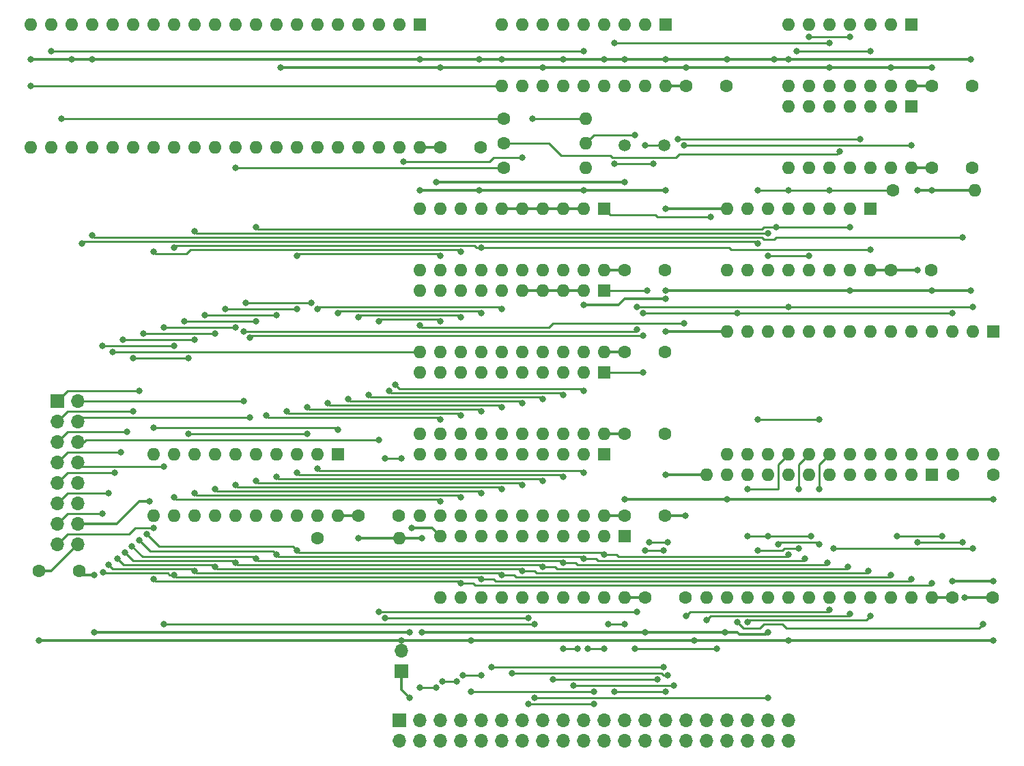
<source format=gbr>
G04 #@! TF.GenerationSoftware,KiCad,Pcbnew,(5.1.8)-1*
G04 #@! TF.CreationDate,2022-06-05T20:07:46-06:00*
G04 #@! TF.ProjectId,PI86 V3,50493836-2056-4332-9e6b-696361645f70,rev?*
G04 #@! TF.SameCoordinates,Original*
G04 #@! TF.FileFunction,Copper,L1,Top*
G04 #@! TF.FilePolarity,Positive*
%FSLAX46Y46*%
G04 Gerber Fmt 4.6, Leading zero omitted, Abs format (unit mm)*
G04 Created by KiCad (PCBNEW (5.1.8)-1) date 2022-06-05 20:07:46*
%MOMM*%
%LPD*%
G01*
G04 APERTURE LIST*
G04 #@! TA.AperFunction,ComponentPad*
%ADD10O,1.600000X1.600000*%
G04 #@! TD*
G04 #@! TA.AperFunction,ComponentPad*
%ADD11R,1.600000X1.600000*%
G04 #@! TD*
G04 #@! TA.AperFunction,ComponentPad*
%ADD12C,1.600000*%
G04 #@! TD*
G04 #@! TA.AperFunction,ComponentPad*
%ADD13O,1.700000X1.700000*%
G04 #@! TD*
G04 #@! TA.AperFunction,ComponentPad*
%ADD14R,1.700000X1.700000*%
G04 #@! TD*
G04 #@! TA.AperFunction,ComponentPad*
%ADD15C,1.500000*%
G04 #@! TD*
G04 #@! TA.AperFunction,ViaPad*
%ADD16C,0.800000*%
G04 #@! TD*
G04 #@! TA.AperFunction,Conductor*
%ADD17C,0.330200*%
G04 #@! TD*
G04 #@! TA.AperFunction,Conductor*
%ADD18C,0.250000*%
G04 #@! TD*
G04 APERTURE END LIST*
D10*
G04 #@! TO.P,U8,24*
G04 #@! TO.N,/3V3*
X193032380Y-105892600D03*
G04 #@! TO.P,U8,12*
G04 #@! TO.N,/GND*
X165092380Y-90652600D03*
G04 #@! TO.P,U8,23*
G04 #@! TO.N,/IOWR*
X190492380Y-105892600D03*
G04 #@! TO.P,U8,11*
G04 #@! TO.N,/3V3*
X167632380Y-90652600D03*
G04 #@! TO.P,U8,22*
G04 #@! TO.N,/IORD*
X187952380Y-105892600D03*
G04 #@! TO.P,U8,10*
G04 #@! TO.N,/IRQ0*
X170172380Y-90652600D03*
G04 #@! TO.P,U8,21*
G04 #@! TO.N,/IO_004X*
X185412380Y-105892600D03*
G04 #@! TO.P,U8,9*
G04 #@! TO.N,/HF_PCLK*
X172712380Y-90652600D03*
G04 #@! TO.P,U8,20*
G04 #@! TO.N,/A1*
X182872380Y-105892600D03*
G04 #@! TO.P,U8,8*
G04 #@! TO.N,/D7*
X175252380Y-90652600D03*
G04 #@! TO.P,U8,19*
G04 #@! TO.N,/A0*
X180332380Y-105892600D03*
G04 #@! TO.P,U8,7*
G04 #@! TO.N,/D6*
X177792380Y-90652600D03*
G04 #@! TO.P,U8,18*
G04 #@! TO.N,/HF_PCLK*
X177792380Y-105892600D03*
G04 #@! TO.P,U8,6*
G04 #@! TO.N,/D5*
X180332380Y-90652600D03*
G04 #@! TO.P,U8,17*
G04 #@! TO.N,/SPK_OUT*
X175252380Y-105892600D03*
G04 #@! TO.P,U8,5*
G04 #@! TO.N,/D4*
X182872380Y-90652600D03*
G04 #@! TO.P,U8,16*
G04 #@! TO.N,/3V3*
X172712380Y-105892600D03*
G04 #@! TO.P,U8,4*
G04 #@! TO.N,/D3*
X185412380Y-90652600D03*
G04 #@! TO.P,U8,15*
G04 #@! TO.N,/HF_PCLK*
X170172380Y-105892600D03*
G04 #@! TO.P,U8,3*
G04 #@! TO.N,/D2*
X187952380Y-90652600D03*
G04 #@! TO.P,U8,14*
G04 #@! TO.N,/3V3*
X167632380Y-105892600D03*
G04 #@! TO.P,U8,2*
G04 #@! TO.N,/D1*
X190492380Y-90652600D03*
G04 #@! TO.P,U8,13*
G04 #@! TO.N,Net-(U8-Pad13)*
X165092380Y-105892600D03*
D11*
G04 #@! TO.P,U8,1*
G04 #@! TO.N,/D0*
X193032380Y-90652600D03*
G04 #@! TD*
D12*
G04 #@! TO.P,C14,2*
G04 #@! TO.N,/5+*
X87288380Y-102590600D03*
G04 #@! TO.P,C14,1*
G04 #@! TO.N,/GND*
X82288380Y-102590600D03*
G04 #@! TD*
D13*
G04 #@! TO.P,J3,16*
G04 #@! TO.N,/GND*
X87114380Y-99288600D03*
G04 #@! TO.P,J3,15*
G04 #@! TO.N,/D0*
X84574380Y-99288600D03*
G04 #@! TO.P,J3,14*
G04 #@! TO.N,/GND*
X87114380Y-96748600D03*
G04 #@! TO.P,J3,13*
G04 #@! TO.N,/D1*
X84574380Y-96748600D03*
G04 #@! TO.P,J3,12*
G04 #@! TO.N,/5+*
X87114380Y-94208600D03*
G04 #@! TO.P,J3,11*
G04 #@! TO.N,/D2*
X84574380Y-94208600D03*
G04 #@! TO.P,J3,10*
G04 #@! TO.N,/INT*
X87114380Y-91668600D03*
G04 #@! TO.P,J3,9*
G04 #@! TO.N,/D3*
X84574380Y-91668600D03*
G04 #@! TO.P,J3,8*
G04 #@! TO.N,/A2*
X87114380Y-89128600D03*
G04 #@! TO.P,J3,7*
G04 #@! TO.N,/D4*
X84574380Y-89128600D03*
G04 #@! TO.P,J3,6*
G04 #@! TO.N,/IO_00EX*
X87114380Y-86588600D03*
G04 #@! TO.P,J3,5*
G04 #@! TO.N,/D5*
X84574380Y-86588600D03*
G04 #@! TO.P,J3,4*
G04 #@! TO.N,/IORD*
X87114380Y-84048600D03*
G04 #@! TO.P,J3,3*
G04 #@! TO.N,/D6*
X84574380Y-84048600D03*
G04 #@! TO.P,J3,2*
G04 #@! TO.N,/IOWR*
X87114380Y-81508600D03*
D14*
G04 #@! TO.P,J3,1*
G04 #@! TO.N,/D7*
X84574380Y-81508600D03*
G04 #@! TD*
D10*
G04 #@! TO.P,U13,20*
G04 #@! TO.N,/3V3*
X154932380Y-105892600D03*
G04 #@! TO.P,U13,10*
G04 #@! TO.N,/GND*
X132072380Y-98272600D03*
G04 #@! TO.P,U13,19*
G04 #@! TO.N,/D0_D7_OUTPUT_E*
X152392380Y-105892600D03*
G04 #@! TO.P,U13,9*
G04 #@! TO.N,/D0*
X134612380Y-98272600D03*
G04 #@! TO.P,U13,18*
G04 #@! TO.N,/BUS_7*
X149852380Y-105892600D03*
G04 #@! TO.P,U13,8*
G04 #@! TO.N,/D1*
X137152380Y-98272600D03*
G04 #@! TO.P,U13,17*
G04 #@! TO.N,/BUS_6*
X147312380Y-105892600D03*
G04 #@! TO.P,U13,7*
G04 #@! TO.N,/D2*
X139692380Y-98272600D03*
G04 #@! TO.P,U13,16*
G04 #@! TO.N,/BUS_5*
X144772380Y-105892600D03*
G04 #@! TO.P,U13,6*
G04 #@! TO.N,/D3*
X142232380Y-98272600D03*
G04 #@! TO.P,U13,15*
G04 #@! TO.N,/BUS_4*
X142232380Y-105892600D03*
G04 #@! TO.P,U13,5*
G04 #@! TO.N,/D4*
X144772380Y-98272600D03*
G04 #@! TO.P,U13,14*
G04 #@! TO.N,/BUS_3*
X139692380Y-105892600D03*
G04 #@! TO.P,U13,4*
G04 #@! TO.N,/D5*
X147312380Y-98272600D03*
G04 #@! TO.P,U13,13*
G04 #@! TO.N,/BUS_2*
X137152380Y-105892600D03*
G04 #@! TO.P,U13,3*
G04 #@! TO.N,/D6*
X149852380Y-98272600D03*
G04 #@! TO.P,U13,12*
G04 #@! TO.N,/BUS_1*
X134612380Y-105892600D03*
G04 #@! TO.P,U13,2*
G04 #@! TO.N,/D7*
X152392380Y-98272600D03*
G04 #@! TO.P,U13,11*
G04 #@! TO.N,/BUS_0*
X132072380Y-105892600D03*
D11*
G04 #@! TO.P,U13,1*
G04 #@! TO.N,/D0_D7_DIR*
X154932380Y-98272600D03*
G04 #@! TD*
D12*
G04 #@! TO.P,C13,2*
G04 #@! TO.N,/3V3*
X157472380Y-105892600D03*
G04 #@! TO.P,C13,1*
G04 #@! TO.N,/GND*
X162472380Y-105892600D03*
G04 #@! TD*
D10*
G04 #@! TO.P,U12,16*
G04 #@! TO.N,/3V3*
X185412380Y-65252600D03*
G04 #@! TO.P,U12,8*
G04 #@! TO.N,/GND*
X167632380Y-57632600D03*
G04 #@! TO.P,U12,15*
X182872380Y-65252600D03*
G04 #@! TO.P,U12,7*
G04 #@! TO.N,/IORD*
X170172380Y-57632600D03*
G04 #@! TO.P,U12,14*
G04 #@! TO.N,/PU1*
X180332380Y-65252600D03*
G04 #@! TO.P,U12,6*
G04 #@! TO.N,/RD*
X172712380Y-57632600D03*
G04 #@! TO.P,U12,13*
G04 #@! TO.N,/WR*
X177792380Y-65252600D03*
G04 #@! TO.P,U12,5*
G04 #@! TO.N,/PU1*
X175252380Y-57632600D03*
G04 #@! TO.P,U12,12*
G04 #@! TO.N,/IOWR*
X175252380Y-65252600D03*
G04 #@! TO.P,U12,4*
G04 #@! TO.N,/MRD*
X177792380Y-57632600D03*
G04 #@! TO.P,U12,11*
G04 #@! TO.N,/WR*
X172712380Y-65252600D03*
G04 #@! TO.P,U12,3*
G04 #@! TO.N,/PU1*
X180332380Y-57632600D03*
G04 #@! TO.P,U12,10*
X170172380Y-65252600D03*
G04 #@! TO.P,U12,2*
G04 #@! TO.N,/RD*
X182872380Y-57632600D03*
G04 #@! TO.P,U12,9*
G04 #@! TO.N,/MWR*
X167632380Y-65252600D03*
D11*
G04 #@! TO.P,U12,1*
G04 #@! TO.N,/IO_M*
X185412380Y-57632600D03*
G04 #@! TD*
D10*
G04 #@! TO.P,R4,2*
G04 #@! TO.N,/GND*
X150106380Y-52552600D03*
D12*
G04 #@! TO.P,R4,1*
G04 #@! TO.N,/HOLD*
X139946380Y-52552600D03*
G04 #@! TD*
D10*
G04 #@! TO.P,R3,2*
G04 #@! TO.N,/3V3*
X198366380Y-55346600D03*
D12*
G04 #@! TO.P,R3,1*
G04 #@! TO.N,/PU1*
X188206380Y-55346600D03*
G04 #@! TD*
G04 #@! TO.P,C12,2*
G04 #@! TO.N,/3V3*
X187952380Y-65252600D03*
G04 #@! TO.P,C12,1*
G04 #@! TO.N,/GND*
X192952380Y-65252600D03*
G04 #@! TD*
D15*
G04 #@! TO.P,Y1,2*
G04 #@! TO.N,/X1*
X159832380Y-49758600D03*
G04 #@! TO.P,Y1,1*
G04 #@! TO.N,/X2*
X154932380Y-49758600D03*
G04 #@! TD*
D10*
G04 #@! TO.P,U11,14*
G04 #@! TO.N,/3V3*
X190492380Y-42392600D03*
G04 #@! TO.P,U11,7*
G04 #@! TO.N,/GND*
X175252380Y-34772600D03*
G04 #@! TO.P,U11,13*
G04 #@! TO.N,/3V3*
X187952380Y-42392600D03*
G04 #@! TO.P,U11,6*
G04 #@! TO.N,/NOT_Q*
X177792380Y-34772600D03*
G04 #@! TO.P,U11,12*
G04 #@! TO.N,/FBK*
X185412380Y-42392600D03*
G04 #@! TO.P,U11,5*
G04 #@! TO.N,/RDY1*
X180332380Y-34772600D03*
G04 #@! TO.P,U11,11*
G04 #@! TO.N,/PCLK88*
X182872380Y-42392600D03*
G04 #@! TO.P,U11,4*
G04 #@! TO.N,/NOT_Q*
X182872380Y-34772600D03*
G04 #@! TO.P,U11,10*
G04 #@! TO.N,/3V3*
X180332380Y-42392600D03*
G04 #@! TO.P,U11,3*
G04 #@! TO.N,/BUS_READY*
X185412380Y-34772600D03*
G04 #@! TO.P,U11,9*
G04 #@! TO.N,/HF_PCLK*
X177792380Y-42392600D03*
G04 #@! TO.P,U11,2*
G04 #@! TO.N,/3V3*
X187952380Y-34772600D03*
G04 #@! TO.P,U11,8*
G04 #@! TO.N,/FBK*
X175252380Y-42392600D03*
D11*
G04 #@! TO.P,U11,1*
G04 #@! TO.N,/CLR*
X190492380Y-34772600D03*
G04 #@! TD*
D10*
G04 #@! TO.P,U10,14*
G04 #@! TO.N,/3V3*
X190492380Y-52552600D03*
G04 #@! TO.P,U10,7*
G04 #@! TO.N,/GND*
X175252380Y-44932600D03*
G04 #@! TO.P,U10,13*
G04 #@! TO.N,N/C*
X187952380Y-52552600D03*
G04 #@! TO.P,U10,6*
X177792380Y-44932600D03*
G04 #@! TO.P,U10,12*
X185412380Y-52552600D03*
G04 #@! TO.P,U10,5*
X180332380Y-44932600D03*
G04 #@! TO.P,U10,11*
X182872380Y-52552600D03*
G04 #@! TO.P,U10,4*
X182872380Y-44932600D03*
G04 #@! TO.P,U10,10*
X180332380Y-52552600D03*
G04 #@! TO.P,U10,3*
X185412380Y-44932600D03*
G04 #@! TO.P,U10,9*
X177792380Y-52552600D03*
G04 #@! TO.P,U10,2*
G04 #@! TO.N,/CLR*
X187952380Y-44932600D03*
G04 #@! TO.P,U10,8*
G04 #@! TO.N,N/C*
X175252380Y-52552600D03*
D11*
G04 #@! TO.P,U10,1*
G04 #@! TO.N,/ALE*
X190492380Y-44932600D03*
G04 #@! TD*
D10*
G04 #@! TO.P,U9,20*
G04 #@! TO.N,/3V3*
X152392380Y-85572600D03*
G04 #@! TO.P,U9,10*
G04 #@! TO.N,/GND*
X129532380Y-77952600D03*
G04 #@! TO.P,U9,19*
G04 #@! TO.N,/BUS_7*
X149852380Y-85572600D03*
G04 #@! TO.P,U9,9*
G04 #@! TO.N,/A8*
X132072380Y-77952600D03*
G04 #@! TO.P,U9,18*
G04 #@! TO.N,/BUS_6*
X147312380Y-85572600D03*
G04 #@! TO.P,U9,8*
G04 #@! TO.N,/A9*
X134612380Y-77952600D03*
G04 #@! TO.P,U9,17*
G04 #@! TO.N,/BUS_5*
X144772380Y-85572600D03*
G04 #@! TO.P,U9,7*
G04 #@! TO.N,/A10*
X137152380Y-77952600D03*
G04 #@! TO.P,U9,16*
G04 #@! TO.N,/BUS_4*
X142232380Y-85572600D03*
G04 #@! TO.P,U9,6*
G04 #@! TO.N,/A11*
X139692380Y-77952600D03*
G04 #@! TO.P,U9,15*
G04 #@! TO.N,/BUS_3*
X139692380Y-85572600D03*
G04 #@! TO.P,U9,5*
G04 #@! TO.N,/A12*
X142232380Y-77952600D03*
G04 #@! TO.P,U9,14*
G04 #@! TO.N,/BUS_2*
X137152380Y-85572600D03*
G04 #@! TO.P,U9,4*
G04 #@! TO.N,/A13*
X144772380Y-77952600D03*
G04 #@! TO.P,U9,13*
G04 #@! TO.N,/BUS_1*
X134612380Y-85572600D03*
G04 #@! TO.P,U9,3*
G04 #@! TO.N,/A14*
X147312380Y-77952600D03*
G04 #@! TO.P,U9,12*
G04 #@! TO.N,/BUS_0*
X132072380Y-85572600D03*
G04 #@! TO.P,U9,2*
G04 #@! TO.N,/A15*
X149852380Y-77952600D03*
G04 #@! TO.P,U9,11*
G04 #@! TO.N,/ALE*
X129532380Y-85572600D03*
D11*
G04 #@! TO.P,U9,1*
G04 #@! TO.N,/A8-A15_OUTPUT_E*
X152392380Y-77952600D03*
G04 #@! TD*
D10*
G04 #@! TO.P,U7,28*
G04 #@! TO.N,/3V3*
X200652380Y-88112600D03*
G04 #@! TO.P,U7,14*
G04 #@! TO.N,/GND*
X167632380Y-72872600D03*
G04 #@! TO.P,U7,27*
G04 #@! TO.N,/A0*
X198112380Y-88112600D03*
G04 #@! TO.P,U7,13*
G04 #@! TO.N,Net-(U7-Pad13)*
X170172380Y-72872600D03*
G04 #@! TO.P,U7,26*
G04 #@! TO.N,/INTA*
X195572380Y-88112600D03*
G04 #@! TO.P,U7,12*
G04 #@! TO.N,Net-(U7-Pad12)*
X172712380Y-72872600D03*
G04 #@! TO.P,U7,25*
G04 #@! TO.N,Net-(U7-Pad25)*
X193032380Y-88112600D03*
G04 #@! TO.P,U7,11*
G04 #@! TO.N,/D7*
X175252380Y-72872600D03*
G04 #@! TO.P,U7,24*
G04 #@! TO.N,Net-(U7-Pad24)*
X190492380Y-88112600D03*
G04 #@! TO.P,U7,10*
G04 #@! TO.N,/D6*
X177792380Y-72872600D03*
G04 #@! TO.P,U7,23*
G04 #@! TO.N,Net-(U7-Pad23)*
X187952380Y-88112600D03*
G04 #@! TO.P,U7,9*
G04 #@! TO.N,/D5*
X180332380Y-72872600D03*
G04 #@! TO.P,U7,22*
G04 #@! TO.N,Net-(U7-Pad22)*
X185412380Y-88112600D03*
G04 #@! TO.P,U7,8*
G04 #@! TO.N,/D4*
X182872380Y-72872600D03*
G04 #@! TO.P,U7,21*
G04 #@! TO.N,Net-(U7-Pad21)*
X182872380Y-88112600D03*
G04 #@! TO.P,U7,7*
G04 #@! TO.N,/D3*
X185412380Y-72872600D03*
G04 #@! TO.P,U7,20*
G04 #@! TO.N,/IRQ2*
X180332380Y-88112600D03*
G04 #@! TO.P,U7,6*
G04 #@! TO.N,/D2*
X187952380Y-72872600D03*
G04 #@! TO.P,U7,19*
G04 #@! TO.N,/IRQ1*
X177792380Y-88112600D03*
G04 #@! TO.P,U7,5*
G04 #@! TO.N,/D1*
X190492380Y-72872600D03*
G04 #@! TO.P,U7,18*
G04 #@! TO.N,/IRQ0*
X175252380Y-88112600D03*
G04 #@! TO.P,U7,4*
G04 #@! TO.N,/D0*
X193032380Y-72872600D03*
G04 #@! TO.P,U7,17*
G04 #@! TO.N,/INTR*
X172712380Y-88112600D03*
G04 #@! TO.P,U7,3*
G04 #@! TO.N,/IORD*
X195572380Y-72872600D03*
G04 #@! TO.P,U7,16*
G04 #@! TO.N,/3V3*
X170172380Y-88112600D03*
G04 #@! TO.P,U7,2*
G04 #@! TO.N,/IOWR*
X198112380Y-72872600D03*
G04 #@! TO.P,U7,15*
G04 #@! TO.N,Net-(U7-Pad15)*
X167632380Y-88112600D03*
D11*
G04 #@! TO.P,U7,1*
G04 #@! TO.N,/IO_002X*
X200652380Y-72872600D03*
G04 #@! TD*
D10*
G04 #@! TO.P,U6,18*
G04 #@! TO.N,/3V3*
X160012380Y-42392600D03*
G04 #@! TO.P,U6,9*
G04 #@! TO.N,/GND*
X139692380Y-34772600D03*
G04 #@! TO.P,U6,17*
G04 #@! TO.N,/X1*
X157472380Y-42392600D03*
G04 #@! TO.P,U6,8*
G04 #@! TO.N,/CLK1*
X142232380Y-34772600D03*
G04 #@! TO.P,U6,16*
G04 #@! TO.N,/X2*
X154932380Y-42392600D03*
G04 #@! TO.P,U6,7*
G04 #@! TO.N,/3V3*
X144772380Y-34772600D03*
G04 #@! TO.P,U6,15*
G04 #@! TO.N,/GND*
X152392380Y-42392600D03*
G04 #@! TO.P,U6,6*
X147312380Y-34772600D03*
G04 #@! TO.P,U6,14*
G04 #@! TO.N,Net-(U6-Pad14)*
X149852380Y-42392600D03*
G04 #@! TO.P,U6,5*
G04 #@! TO.N,/READY1*
X149852380Y-34772600D03*
G04 #@! TO.P,U6,13*
G04 #@! TO.N,/GND*
X147312380Y-42392600D03*
G04 #@! TO.P,U6,4*
G04 #@! TO.N,/RDY1*
X152392380Y-34772600D03*
G04 #@! TO.P,U6,12*
G04 #@! TO.N,Net-(U6-Pad12)*
X144772380Y-42392600D03*
G04 #@! TO.P,U6,3*
G04 #@! TO.N,/GND*
X154932380Y-34772600D03*
G04 #@! TO.P,U6,11*
G04 #@! TO.N,/RESET*
X142232380Y-42392600D03*
G04 #@! TO.P,U6,2*
G04 #@! TO.N,/PCLK1*
X157472380Y-34772600D03*
G04 #@! TO.P,U6,10*
G04 #@! TO.N,/RESET1*
X139692380Y-42392600D03*
D11*
G04 #@! TO.P,U6,1*
G04 #@! TO.N,/GND*
X160012380Y-34772600D03*
G04 #@! TD*
D10*
G04 #@! TO.P,U5,20*
G04 #@! TO.N,/3V3*
X152392380Y-65252600D03*
G04 #@! TO.P,U5,10*
G04 #@! TO.N,/GND*
X129532380Y-57632600D03*
G04 #@! TO.P,U5,19*
G04 #@! TO.N,/BUS_7*
X149852380Y-65252600D03*
G04 #@! TO.P,U5,9*
G04 #@! TO.N,/SSO*
X132072380Y-57632600D03*
G04 #@! TO.P,U5,18*
G04 #@! TO.N,/BUS_6*
X147312380Y-65252600D03*
G04 #@! TO.P,U5,8*
G04 #@! TO.N,/DTR*
X134612380Y-57632600D03*
G04 #@! TO.P,U5,17*
G04 #@! TO.N,/BUS_5*
X144772380Y-65252600D03*
G04 #@! TO.P,U5,7*
G04 #@! TO.N,/IO_M*
X137152380Y-57632600D03*
G04 #@! TO.P,U5,16*
G04 #@! TO.N,/BUS_4*
X142232380Y-65252600D03*
G04 #@! TO.P,U5,6*
G04 #@! TO.N,/GND*
X139692380Y-57632600D03*
G04 #@! TO.P,U5,15*
G04 #@! TO.N,/BUS_3*
X139692380Y-65252600D03*
G04 #@! TO.P,U5,5*
G04 #@! TO.N,/GND*
X142232380Y-57632600D03*
G04 #@! TO.P,U5,14*
G04 #@! TO.N,/BUS_2*
X137152380Y-65252600D03*
G04 #@! TO.P,U5,4*
G04 #@! TO.N,/GND*
X144772380Y-57632600D03*
G04 #@! TO.P,U5,13*
G04 #@! TO.N,/BUS_1*
X134612380Y-65252600D03*
G04 #@! TO.P,U5,3*
G04 #@! TO.N,/GND*
X147312380Y-57632600D03*
G04 #@! TO.P,U5,12*
G04 #@! TO.N,/BUS_0*
X132072380Y-65252600D03*
G04 #@! TO.P,U5,2*
G04 #@! TO.N,/GND*
X149852380Y-57632600D03*
G04 #@! TO.P,U5,11*
G04 #@! TO.N,/3V3*
X129532380Y-65252600D03*
D11*
G04 #@! TO.P,U5,1*
G04 #@! TO.N,/S0_S2_OUTPUT_E*
X152392380Y-57632600D03*
G04 #@! TD*
D10*
G04 #@! TO.P,U4,20*
G04 #@! TO.N,/3V3*
X119372380Y-95732600D03*
G04 #@! TO.P,U4,10*
G04 #@! TO.N,/GND*
X96512380Y-88112600D03*
G04 #@! TO.P,U4,19*
G04 #@! TO.N,/DEN*
X116832380Y-95732600D03*
G04 #@! TO.P,U4,9*
G04 #@! TO.N,/AD0*
X99052380Y-88112600D03*
G04 #@! TO.P,U4,18*
G04 #@! TO.N,/D7*
X114292380Y-95732600D03*
G04 #@! TO.P,U4,8*
G04 #@! TO.N,/AD1*
X101592380Y-88112600D03*
G04 #@! TO.P,U4,17*
G04 #@! TO.N,/D6*
X111752380Y-95732600D03*
G04 #@! TO.P,U4,7*
G04 #@! TO.N,/AD2*
X104132380Y-88112600D03*
G04 #@! TO.P,U4,16*
G04 #@! TO.N,/D5*
X109212380Y-95732600D03*
G04 #@! TO.P,U4,6*
G04 #@! TO.N,/AD3*
X106672380Y-88112600D03*
G04 #@! TO.P,U4,15*
G04 #@! TO.N,/D4*
X106672380Y-95732600D03*
G04 #@! TO.P,U4,5*
G04 #@! TO.N,/AD4*
X109212380Y-88112600D03*
G04 #@! TO.P,U4,14*
G04 #@! TO.N,/D3*
X104132380Y-95732600D03*
G04 #@! TO.P,U4,4*
G04 #@! TO.N,/AD5*
X111752380Y-88112600D03*
G04 #@! TO.P,U4,13*
G04 #@! TO.N,/D2*
X101592380Y-95732600D03*
G04 #@! TO.P,U4,3*
G04 #@! TO.N,/AD6*
X114292380Y-88112600D03*
G04 #@! TO.P,U4,12*
G04 #@! TO.N,/D1*
X99052380Y-95732600D03*
G04 #@! TO.P,U4,2*
G04 #@! TO.N,/AD7*
X116832380Y-88112600D03*
G04 #@! TO.P,U4,11*
G04 #@! TO.N,/D0*
X96512380Y-95732600D03*
D11*
G04 #@! TO.P,U4,1*
G04 #@! TO.N,/DTR*
X119372380Y-88112600D03*
G04 #@! TD*
D10*
G04 #@! TO.P,U3,20*
G04 #@! TO.N,/3V3*
X152392380Y-95732600D03*
G04 #@! TO.P,U3,10*
G04 #@! TO.N,/GND*
X129532380Y-88112600D03*
G04 #@! TO.P,U3,19*
G04 #@! TO.N,/BUS_7*
X149852380Y-95732600D03*
G04 #@! TO.P,U3,9*
G04 #@! TO.N,/AD0*
X132072380Y-88112600D03*
G04 #@! TO.P,U3,18*
G04 #@! TO.N,/BUS_6*
X147312380Y-95732600D03*
G04 #@! TO.P,U3,8*
G04 #@! TO.N,/AD1*
X134612380Y-88112600D03*
G04 #@! TO.P,U3,17*
G04 #@! TO.N,/BUS_5*
X144772380Y-95732600D03*
G04 #@! TO.P,U3,7*
G04 #@! TO.N,/AD2*
X137152380Y-88112600D03*
G04 #@! TO.P,U3,16*
G04 #@! TO.N,/BUS_4*
X142232380Y-95732600D03*
G04 #@! TO.P,U3,6*
G04 #@! TO.N,/AD3*
X139692380Y-88112600D03*
G04 #@! TO.P,U3,15*
G04 #@! TO.N,/BUS_3*
X139692380Y-95732600D03*
G04 #@! TO.P,U3,5*
G04 #@! TO.N,/AD4*
X142232380Y-88112600D03*
G04 #@! TO.P,U3,14*
G04 #@! TO.N,/BUS_2*
X137152380Y-95732600D03*
G04 #@! TO.P,U3,4*
G04 #@! TO.N,/AD5*
X144772380Y-88112600D03*
G04 #@! TO.P,U3,13*
G04 #@! TO.N,/BUS_1*
X134612380Y-95732600D03*
G04 #@! TO.P,U3,3*
G04 #@! TO.N,/AD6*
X147312380Y-88112600D03*
G04 #@! TO.P,U3,12*
G04 #@! TO.N,/BUS_0*
X132072380Y-95732600D03*
G04 #@! TO.P,U3,2*
G04 #@! TO.N,/AD7*
X149852380Y-88112600D03*
G04 #@! TO.P,U3,11*
G04 #@! TO.N,/ALE*
X129532380Y-95732600D03*
D11*
G04 #@! TO.P,U3,1*
G04 #@! TO.N,/A0-A7_OUTPUT_E*
X152392380Y-88112600D03*
G04 #@! TD*
D10*
G04 #@! TO.P,U2,20*
G04 #@! TO.N,/3V3*
X152392380Y-75412600D03*
G04 #@! TO.P,U2,10*
G04 #@! TO.N,/GND*
X129532380Y-67792600D03*
G04 #@! TO.P,U2,19*
G04 #@! TO.N,/BUS_7*
X149852380Y-75412600D03*
G04 #@! TO.P,U2,9*
G04 #@! TO.N,/A16_*
X132072380Y-67792600D03*
G04 #@! TO.P,U2,18*
G04 #@! TO.N,/BUS_6*
X147312380Y-75412600D03*
G04 #@! TO.P,U2,8*
G04 #@! TO.N,/A17_*
X134612380Y-67792600D03*
G04 #@! TO.P,U2,17*
G04 #@! TO.N,/BUS_5*
X144772380Y-75412600D03*
G04 #@! TO.P,U2,7*
G04 #@! TO.N,/A18_*
X137152380Y-67792600D03*
G04 #@! TO.P,U2,16*
G04 #@! TO.N,/BUS_4*
X142232380Y-75412600D03*
G04 #@! TO.P,U2,6*
G04 #@! TO.N,/A19_*
X139692380Y-67792600D03*
G04 #@! TO.P,U2,15*
G04 #@! TO.N,/BUS_3*
X139692380Y-75412600D03*
G04 #@! TO.P,U2,5*
G04 #@! TO.N,/GND*
X142232380Y-67792600D03*
G04 #@! TO.P,U2,14*
G04 #@! TO.N,/BUS_2*
X137152380Y-75412600D03*
G04 #@! TO.P,U2,4*
G04 #@! TO.N,/GND*
X144772380Y-67792600D03*
G04 #@! TO.P,U2,13*
G04 #@! TO.N,/BUS_1*
X134612380Y-75412600D03*
G04 #@! TO.P,U2,3*
G04 #@! TO.N,/GND*
X147312380Y-67792600D03*
G04 #@! TO.P,U2,12*
G04 #@! TO.N,/BUS_0*
X132072380Y-75412600D03*
G04 #@! TO.P,U2,2*
G04 #@! TO.N,/GND*
X149852380Y-67792600D03*
G04 #@! TO.P,U2,11*
G04 #@! TO.N,/ALE*
X129532380Y-75412600D03*
D11*
G04 #@! TO.P,U2,1*
G04 #@! TO.N,/A16-A19_OUTPUT_E*
X152392380Y-67792600D03*
G04 #@! TD*
D10*
G04 #@! TO.P,U1,40*
G04 #@! TO.N,/3V3*
X129532380Y-50012600D03*
G04 #@! TO.P,U1,20*
G04 #@! TO.N,/GND*
X81272380Y-34772600D03*
G04 #@! TO.P,U1,39*
G04 #@! TO.N,/A15*
X126992380Y-50012600D03*
G04 #@! TO.P,U1,19*
G04 #@! TO.N,/CLK_88*
X83812380Y-34772600D03*
G04 #@! TO.P,U1,38*
G04 #@! TO.N,/A16_*
X124452380Y-50012600D03*
G04 #@! TO.P,U1,18*
G04 #@! TO.N,/INTR*
X86352380Y-34772600D03*
G04 #@! TO.P,U1,37*
G04 #@! TO.N,/A17_*
X121912380Y-50012600D03*
G04 #@! TO.P,U1,17*
G04 #@! TO.N,/GND*
X88892380Y-34772600D03*
G04 #@! TO.P,U1,36*
G04 #@! TO.N,/A18_*
X119372380Y-50012600D03*
G04 #@! TO.P,U1,16*
G04 #@! TO.N,/AD0*
X91432380Y-34772600D03*
G04 #@! TO.P,U1,35*
G04 #@! TO.N,/A19_*
X116832380Y-50012600D03*
G04 #@! TO.P,U1,15*
G04 #@! TO.N,/AD1*
X93972380Y-34772600D03*
G04 #@! TO.P,U1,34*
G04 #@! TO.N,/SSO*
X114292380Y-50012600D03*
G04 #@! TO.P,U1,14*
G04 #@! TO.N,/AD2*
X96512380Y-34772600D03*
G04 #@! TO.P,U1,33*
G04 #@! TO.N,/3V3*
X111752380Y-50012600D03*
G04 #@! TO.P,U1,13*
G04 #@! TO.N,/AD3*
X99052380Y-34772600D03*
G04 #@! TO.P,U1,32*
G04 #@! TO.N,/RD*
X109212380Y-50012600D03*
G04 #@! TO.P,U1,12*
G04 #@! TO.N,/AD4*
X101592380Y-34772600D03*
G04 #@! TO.P,U1,31*
G04 #@! TO.N,/HOLD*
X106672380Y-50012600D03*
G04 #@! TO.P,U1,11*
G04 #@! TO.N,/AD5*
X104132380Y-34772600D03*
G04 #@! TO.P,U1,30*
G04 #@! TO.N,/HOLDA*
X104132380Y-50012600D03*
G04 #@! TO.P,U1,10*
G04 #@! TO.N,/AD6*
X106672380Y-34772600D03*
G04 #@! TO.P,U1,29*
G04 #@! TO.N,/WR*
X101592380Y-50012600D03*
G04 #@! TO.P,U1,9*
G04 #@! TO.N,/AD7*
X109212380Y-34772600D03*
G04 #@! TO.P,U1,28*
G04 #@! TO.N,/IO_M*
X99052380Y-50012600D03*
G04 #@! TO.P,U1,8*
G04 #@! TO.N,/A8*
X111752380Y-34772600D03*
G04 #@! TO.P,U1,27*
G04 #@! TO.N,/DTR*
X96512380Y-50012600D03*
G04 #@! TO.P,U1,7*
G04 #@! TO.N,/A9*
X114292380Y-34772600D03*
G04 #@! TO.P,U1,26*
G04 #@! TO.N,/DEN*
X93972380Y-50012600D03*
G04 #@! TO.P,U1,6*
G04 #@! TO.N,/A10*
X116832380Y-34772600D03*
G04 #@! TO.P,U1,25*
G04 #@! TO.N,/ALE*
X91432380Y-50012600D03*
G04 #@! TO.P,U1,5*
G04 #@! TO.N,/A11*
X119372380Y-34772600D03*
G04 #@! TO.P,U1,24*
G04 #@! TO.N,/INTA*
X88892380Y-50012600D03*
G04 #@! TO.P,U1,4*
G04 #@! TO.N,/A12*
X121912380Y-34772600D03*
G04 #@! TO.P,U1,23*
G04 #@! TO.N,/GND*
X86352380Y-50012600D03*
G04 #@! TO.P,U1,3*
G04 #@! TO.N,/A13*
X124452380Y-34772600D03*
G04 #@! TO.P,U1,22*
G04 #@! TO.N,/READY1*
X83812380Y-50012600D03*
G04 #@! TO.P,U1,2*
G04 #@! TO.N,/A14*
X126992380Y-34772600D03*
G04 #@! TO.P,U1,21*
G04 #@! TO.N,/RESET1*
X81272380Y-50012600D03*
D11*
G04 #@! TO.P,U1,1*
G04 #@! TO.N,/GND*
X129532380Y-34772600D03*
G04 #@! TD*
D10*
G04 #@! TO.P,R5,2*
G04 #@! TO.N,/3V3*
X126992380Y-98526600D03*
D12*
G04 #@! TO.P,R5,1*
G04 #@! TO.N,/DEN*
X116832380Y-98526600D03*
G04 #@! TD*
D10*
G04 #@! TO.P,R2,2*
G04 #@! TO.N,/PCLK1*
X150106380Y-49504600D03*
D12*
G04 #@! TO.P,R2,1*
G04 #@! TO.N,/PCLK88*
X139946380Y-49504600D03*
G04 #@! TD*
D10*
G04 #@! TO.P,R1,2*
G04 #@! TO.N,/CLK1*
X150106380Y-46456600D03*
D12*
G04 #@! TO.P,R1,1*
G04 #@! TO.N,/CLK_88*
X139946380Y-46456600D03*
G04 #@! TD*
D13*
G04 #@! TO.P,J2,2*
G04 #@! TO.N,/GND*
X127246380Y-112496600D03*
D14*
G04 #@! TO.P,J2,1*
G04 #@! TO.N,/5+*
X127246380Y-115036600D03*
G04 #@! TD*
D13*
G04 #@! TO.P,J1,40*
G04 #@! TO.N,/IRQ2*
X175252380Y-123672600D03*
G04 #@! TO.P,J1,39*
G04 #@! TO.N,/GND*
X175252380Y-121132600D03*
G04 #@! TO.P,J1,38*
G04 #@! TO.N,/IRQ1*
X172712380Y-123672600D03*
G04 #@! TO.P,J1,37*
G04 #@! TO.N,/A2*
X172712380Y-121132600D03*
G04 #@! TO.P,J1,36*
G04 #@! TO.N,Net-(J1-Pad36)*
X170172380Y-123672600D03*
G04 #@! TO.P,J1,35*
G04 #@! TO.N,/IO_004X*
X170172380Y-121132600D03*
G04 #@! TO.P,J1,34*
G04 #@! TO.N,Net-(J1-Pad34)*
X167632380Y-123672600D03*
G04 #@! TO.P,J1,33*
G04 #@! TO.N,/IO_002X*
X167632380Y-121132600D03*
G04 #@! TO.P,J1,32*
G04 #@! TO.N,Net-(J1-Pad32)*
X165092380Y-123672600D03*
G04 #@! TO.P,J1,31*
G04 #@! TO.N,/A1*
X165092380Y-121132600D03*
G04 #@! TO.P,J1,30*
G04 #@! TO.N,Net-(J1-Pad30)*
X162552380Y-123672600D03*
G04 #@! TO.P,J1,29*
G04 #@! TO.N,/A0*
X162552380Y-121132600D03*
G04 #@! TO.P,J1,28*
G04 #@! TO.N,Net-(J1-Pad28)*
X160012380Y-123672600D03*
G04 #@! TO.P,J1,27*
G04 #@! TO.N,/D0_D7_DIR*
X160012380Y-121132600D03*
G04 #@! TO.P,J1,26*
G04 #@! TO.N,/IO_00EX*
X157472380Y-123672600D03*
G04 #@! TO.P,J1,25*
G04 #@! TO.N,Net-(J1-Pad25)*
X157472380Y-121132600D03*
G04 #@! TO.P,J1,24*
G04 #@! TO.N,/S0_S2_OUTPUT_E*
X154932380Y-123672600D03*
G04 #@! TO.P,J1,23*
G04 #@! TO.N,/D0_D7_OUTPUT_E*
X154932380Y-121132600D03*
G04 #@! TO.P,J1,22*
G04 #@! TO.N,/RESET*
X152392380Y-123672600D03*
G04 #@! TO.P,J1,21*
G04 #@! TO.N,/BUS_7*
X152392380Y-121132600D03*
G04 #@! TO.P,J1,20*
G04 #@! TO.N,Net-(J1-Pad20)*
X149852380Y-123672600D03*
G04 #@! TO.P,J1,19*
G04 #@! TO.N,/BUS_6*
X149852380Y-121132600D03*
G04 #@! TO.P,J1,18*
G04 #@! TO.N,/BUS_READY*
X147312380Y-123672600D03*
G04 #@! TO.P,J1,17*
G04 #@! TO.N,Net-(J1-Pad17)*
X147312380Y-121132600D03*
G04 #@! TO.P,J1,16*
G04 #@! TO.N,/RDY1*
X144772380Y-123672600D03*
G04 #@! TO.P,J1,15*
G04 #@! TO.N,/BUS_5*
X144772380Y-121132600D03*
G04 #@! TO.P,J1,14*
G04 #@! TO.N,Net-(J1-Pad14)*
X142232380Y-123672600D03*
G04 #@! TO.P,J1,13*
G04 #@! TO.N,/BUS_4*
X142232380Y-121132600D03*
G04 #@! TO.P,J1,12*
G04 #@! TO.N,/A16-A19_OUTPUT_E*
X139692380Y-123672600D03*
G04 #@! TO.P,J1,11*
G04 #@! TO.N,/BUS_3*
X139692380Y-121132600D03*
G04 #@! TO.P,J1,10*
G04 #@! TO.N,/A8-A15_OUTPUT_E*
X137152380Y-123672600D03*
G04 #@! TO.P,J1,9*
G04 #@! TO.N,/GND*
X137152380Y-121132600D03*
G04 #@! TO.P,J1,8*
G04 #@! TO.N,/A0-A7_OUTPUT_E*
X134612380Y-123672600D03*
G04 #@! TO.P,J1,7*
G04 #@! TO.N,/BUS_2*
X134612380Y-121132600D03*
G04 #@! TO.P,J1,6*
G04 #@! TO.N,Net-(J1-Pad6)*
X132072380Y-123672600D03*
G04 #@! TO.P,J1,5*
G04 #@! TO.N,/BUS_1*
X132072380Y-121132600D03*
G04 #@! TO.P,J1,4*
G04 #@! TO.N,Net-(J1-Pad4)*
X129532380Y-123672600D03*
G04 #@! TO.P,J1,3*
G04 #@! TO.N,/BUS_0*
X129532380Y-121132600D03*
G04 #@! TO.P,J1,2*
G04 #@! TO.N,/5+*
X126992380Y-123672600D03*
D14*
G04 #@! TO.P,J1,1*
G04 #@! TO.N,/3V3*
X126992380Y-121132600D03*
G04 #@! TD*
D12*
G04 #@! TO.P,C11,2*
G04 #@! TO.N,/3V3*
X193032380Y-42392600D03*
G04 #@! TO.P,C11,1*
G04 #@! TO.N,/GND*
X198032380Y-42392600D03*
G04 #@! TD*
G04 #@! TO.P,C10,2*
G04 #@! TO.N,/3V3*
X193032380Y-52552600D03*
G04 #@! TO.P,C10,1*
G04 #@! TO.N,/GND*
X198032380Y-52552600D03*
G04 #@! TD*
G04 #@! TO.P,C9,2*
G04 #@! TO.N,/3V3*
X154932380Y-85572600D03*
G04 #@! TO.P,C9,1*
G04 #@! TO.N,/GND*
X159932380Y-85572600D03*
G04 #@! TD*
G04 #@! TO.P,C8,2*
G04 #@! TO.N,/3V3*
X195572380Y-105892600D03*
G04 #@! TO.P,C8,1*
G04 #@! TO.N,/GND*
X200572380Y-105892600D03*
G04 #@! TD*
G04 #@! TO.P,C7,2*
G04 #@! TO.N,/3V3*
X200652380Y-90652600D03*
G04 #@! TO.P,C7,1*
G04 #@! TO.N,/GND*
X195652380Y-90652600D03*
G04 #@! TD*
G04 #@! TO.P,C6,2*
G04 #@! TO.N,/3V3*
X162552380Y-42392600D03*
G04 #@! TO.P,C6,1*
G04 #@! TO.N,/GND*
X167552380Y-42392600D03*
G04 #@! TD*
G04 #@! TO.P,C5,2*
G04 #@! TO.N,/3V3*
X154932380Y-65252600D03*
G04 #@! TO.P,C5,1*
G04 #@! TO.N,/GND*
X159932380Y-65252600D03*
G04 #@! TD*
G04 #@! TO.P,C4,2*
G04 #@! TO.N,/3V3*
X121912380Y-95732600D03*
G04 #@! TO.P,C4,1*
G04 #@! TO.N,/GND*
X126912380Y-95732600D03*
G04 #@! TD*
G04 #@! TO.P,C3,2*
G04 #@! TO.N,/3V3*
X154932380Y-95732600D03*
G04 #@! TO.P,C3,1*
G04 #@! TO.N,/GND*
X159932380Y-95732600D03*
G04 #@! TD*
G04 #@! TO.P,C2,2*
G04 #@! TO.N,/3V3*
X154932380Y-75412600D03*
G04 #@! TO.P,C2,1*
G04 #@! TO.N,/GND*
X159932380Y-75412600D03*
G04 #@! TD*
G04 #@! TO.P,C1,2*
G04 #@! TO.N,/3V3*
X132072380Y-50012600D03*
G04 #@! TO.P,C1,1*
G04 #@! TO.N,/GND*
X137072380Y-50012600D03*
G04 #@! TD*
D16*
G04 #@! TO.N,/5+*
X128262380Y-118338600D03*
X128262380Y-110210600D03*
X89146376Y-110210600D03*
X89146376Y-103098604D03*
G04 #@! TO.N,/D0*
X96512380Y-103606600D03*
G04 #@! TO.N,/D2*
X101592380Y-102590600D03*
G04 #@! TO.N,/D1*
X99052380Y-103098600D03*
G04 #@! TO.N,/D7*
X114292380Y-100050600D03*
G04 #@! TO.N,/D6*
X111752380Y-100558600D03*
G04 #@! TO.N,/D5*
X109212380Y-101066600D03*
G04 #@! TO.N,/D4*
X106672380Y-101574600D03*
G04 #@! TO.N,/D3*
X104132380Y-102082600D03*
G04 #@! TO.N,/A15*
X149852380Y-80238600D03*
G04 #@! TO.N,/AD7*
X149852380Y-90398600D03*
G04 #@! TO.N,/A14*
X147312380Y-80746600D03*
G04 #@! TO.N,/A13*
X144772380Y-81254600D03*
G04 #@! TO.N,/A12*
X142232380Y-81762600D03*
G04 #@! TO.N,/A11*
X139692380Y-82270600D03*
G04 #@! TO.N,/A10*
X137152380Y-82778600D03*
G04 #@! TO.N,/A9*
X134612380Y-83286600D03*
G04 #@! TO.N,/A14*
X125722380Y-80238600D03*
G04 #@! TO.N,/AD6*
X147312380Y-90906600D03*
G04 #@! TO.N,/A13*
X123182380Y-80746600D03*
G04 #@! TO.N,/AD5*
X144772380Y-91414600D03*
G04 #@! TO.N,/A12*
X120642380Y-81254600D03*
G04 #@! TO.N,/AD4*
X142232380Y-91922600D03*
G04 #@! TO.N,/A11*
X118102380Y-81762600D03*
G04 #@! TO.N,/AD3*
X139692380Y-92430600D03*
G04 #@! TO.N,/A10*
X115562380Y-82270600D03*
G04 #@! TO.N,/AD2*
X137152380Y-92938600D03*
G04 #@! TO.N,/A9*
X113022380Y-82778600D03*
G04 #@! TO.N,/AD1*
X134612380Y-93446600D03*
G04 #@! TO.N,/A8*
X132072380Y-83794600D03*
X110482380Y-83286600D03*
G04 #@! TO.N,/AD0*
X132072380Y-93954600D03*
X99052380Y-93446600D03*
G04 #@! TO.N,/D0*
X134612380Y-104114600D03*
G04 #@! TO.N,/AD2*
X104132380Y-92430600D03*
G04 #@! TO.N,/D2*
X139692380Y-103098600D03*
G04 #@! TO.N,/AD4*
X109212380Y-91414600D03*
G04 #@! TO.N,/D4*
X144772380Y-102082600D03*
G04 #@! TO.N,/AD6*
X114292380Y-90398600D03*
G04 #@! TO.N,/AD1*
X101592380Y-92938600D03*
G04 #@! TO.N,/AD3*
X106672380Y-91922600D03*
G04 #@! TO.N,/AD5*
X111752380Y-90906600D03*
G04 #@! TO.N,/D6*
X149852380Y-101066600D03*
G04 #@! TO.N,/D1*
X137152380Y-103606600D03*
G04 #@! TO.N,/D3*
X142232380Y-102590600D03*
G04 #@! TO.N,/D5*
X147312380Y-101574600D03*
G04 #@! TO.N,/AD7*
X116832380Y-89890600D03*
G04 #@! TO.N,/D7*
X152392380Y-100558600D03*
G04 #@! TO.N,/A19_*
X139692380Y-70078600D03*
G04 #@! TO.N,/A18_*
X137152380Y-70586600D03*
G04 #@! TO.N,/A17_*
X134612380Y-71094600D03*
G04 #@! TO.N,/A16_*
X132072380Y-71602600D03*
G04 #@! TO.N,/GND*
X86352380Y-39090600D03*
X175252380Y-39090600D03*
X167632380Y-39090600D03*
X160012380Y-39090600D03*
X154932380Y-39090600D03*
X152392380Y-39090600D03*
X147312380Y-39090600D03*
X139692380Y-39090600D03*
X129532380Y-39090600D03*
X136898380Y-39090600D03*
X160012380Y-90652600D03*
X160012380Y-72872600D03*
X160012380Y-57632600D03*
X162472380Y-95732600D03*
X200652380Y-111226600D03*
X127246380Y-111226600D03*
X175252380Y-111226600D03*
X163568380Y-111226600D03*
X88892380Y-39090600D03*
X81272380Y-39090600D03*
X136898380Y-55346600D03*
X149852380Y-55346600D03*
X160012380Y-55346600D03*
X135882380Y-111226600D03*
X96004380Y-93954600D03*
X82288380Y-111226600D03*
X128516380Y-97256600D03*
X197096380Y-105892600D03*
X129532380Y-55346600D03*
X173474380Y-39090600D03*
X197858380Y-39090600D03*
X160012380Y-67792600D03*
X193032380Y-67792600D03*
X182872380Y-67792600D03*
X197858380Y-67792600D03*
X160012380Y-68808600D03*
X149852380Y-69570600D03*
G04 #@! TO.N,/ALE*
X91432380Y-75412600D03*
G04 #@! TO.N,/AD0*
X99052380Y-74650600D03*
G04 #@! TO.N,/AD2*
X104132380Y-73126600D03*
G04 #@! TO.N,/AD4*
X109212380Y-71602600D03*
G04 #@! TO.N,/AD6*
X114292380Y-70078600D03*
X105402380Y-70078600D03*
G04 #@! TO.N,/AD5*
X102862380Y-70840600D03*
G04 #@! TO.N,/AD1*
X101592380Y-73888600D03*
G04 #@! TO.N,/AD3*
X106672380Y-72364600D03*
G04 #@! TO.N,/AD5*
X111752380Y-70840600D03*
G04 #@! TO.N,/AD4*
X100322380Y-71602600D03*
G04 #@! TO.N,/AD3*
X97782380Y-72364600D03*
G04 #@! TO.N,/AD2*
X95242380Y-73126600D03*
G04 #@! TO.N,/AD1*
X92702380Y-73888600D03*
G04 #@! TO.N,/AD0*
X90162380Y-74650600D03*
G04 #@! TO.N,/AD7*
X116070380Y-69316600D03*
X107942380Y-69316600D03*
G04 #@! TO.N,/A16_*
X124452380Y-71602600D03*
G04 #@! TO.N,/A18_*
X119372380Y-70586600D03*
G04 #@! TO.N,/A17_*
X121912380Y-71094600D03*
G04 #@! TO.N,/A19_*
X116832380Y-70078600D03*
G04 #@! TO.N,/RDY1*
X158488380Y-52044600D03*
X153662380Y-52044600D03*
G04 #@! TO.N,/A1*
X182872380Y-107924600D03*
X165092380Y-108686600D03*
G04 #@! TO.N,/A0*
X180332380Y-107416600D03*
X162552380Y-108178600D03*
X180840380Y-99796600D03*
X198112380Y-99796600D03*
G04 #@! TO.N,/IOWR*
X196842380Y-99034600D03*
X191254380Y-99034600D03*
G04 #@! TO.N,/IORD*
X188714380Y-98272600D03*
X194302380Y-98272600D03*
G04 #@! TO.N,/IO_004X*
X185412380Y-108178600D03*
X170172380Y-108940612D03*
G04 #@! TO.N,/IO_002X*
X199382354Y-109194600D03*
G04 #@! TO.N,/IRQ1*
X176522380Y-92430600D03*
X176522380Y-99796600D03*
X171442380Y-100050600D03*
G04 #@! TO.N,/IRQ2*
X179062380Y-92430600D03*
X173982380Y-99288600D03*
X179062380Y-99288600D03*
G04 #@! TO.N,/ALE*
X129532380Y-72110600D03*
X162298380Y-71856600D03*
X190492380Y-49758600D03*
X162298380Y-49758600D03*
G04 #@! TO.N,/RDY1*
X158996380Y-116052600D03*
X146042380Y-116052600D03*
X180332380Y-37058600D03*
X153662380Y-37058600D03*
G04 #@! TO.N,/A15*
X126484380Y-79476600D03*
G04 #@! TO.N,/IOWR*
X198112380Y-69824608D03*
X175252380Y-69824600D03*
X107688380Y-72872600D03*
X107688380Y-81508600D03*
X156456380Y-69824600D03*
X156456380Y-72618600D03*
G04 #@! TO.N,/IORD*
X195572380Y-70586600D03*
X168902372Y-70586600D03*
X108450380Y-73634600D03*
X108450380Y-83540600D03*
X157218380Y-70586600D03*
X157218380Y-73380600D03*
G04 #@! TO.N,/HF_PCLK*
X178046380Y-98272600D03*
X172712380Y-98272600D03*
X170172380Y-98272600D03*
X179062380Y-83794600D03*
X171442380Y-83794600D03*
G04 #@! TO.N,/HOLD*
X106672380Y-52552600D03*
G04 #@! TO.N,/RESET*
X127246380Y-88620600D03*
X125214380Y-88620600D03*
X125214380Y-108432600D03*
X151122380Y-119100600D03*
X142994380Y-119100600D03*
X142994380Y-108432600D03*
X142232380Y-51282610D03*
X127500380Y-51790600D03*
G04 #@! TO.N,/IO_002X*
X168902380Y-108940600D03*
G04 #@! TO.N,/DEN*
X115562380Y-85572600D03*
X93972380Y-76174600D03*
X100830380Y-76174600D03*
X100830380Y-85572600D03*
G04 #@! TO.N,/X1*
X157472380Y-49758600D03*
G04 #@! TO.N,/DTR*
X134612380Y-62966600D03*
X96512380Y-62966600D03*
X119372380Y-85064600D03*
X96512380Y-84810600D03*
G04 #@! TO.N,/CLK1*
X143502380Y-46456600D03*
G04 #@! TO.N,/CLK_88*
X85082380Y-46456600D03*
G04 #@! TO.N,/PU1*
X180332380Y-55346600D03*
X175252380Y-55346600D03*
X171442380Y-55346600D03*
G04 #@! TO.N,/READY1*
X83812380Y-38074600D03*
X149852380Y-38074600D03*
G04 #@! TO.N,/RESET1*
X81272380Y-42392600D03*
G04 #@! TO.N,/INTR*
X171442380Y-61950600D03*
X87622380Y-61950600D03*
G04 #@! TO.N,/RD*
X109212380Y-59918600D03*
X173728380Y-59918600D03*
X182872380Y-59918600D03*
G04 #@! TO.N,/WR*
X172712380Y-63474600D03*
X177792380Y-63474600D03*
X101592380Y-60426600D03*
X172712380Y-60680600D03*
G04 #@! TO.N,/IO_M*
X137152380Y-62458600D03*
X99052380Y-62458598D03*
X185412380Y-62712600D03*
G04 #@! TO.N,/INTA*
X196842380Y-61188600D03*
X88892380Y-60934600D03*
G04 #@! TO.N,/IRQ0*
X170172380Y-92430600D03*
G04 #@! TO.N,/BUS_7*
X152392384Y-112242600D03*
X150360380Y-112195894D03*
G04 #@! TO.N,/BUS_6*
X149090380Y-112242600D03*
X147312388Y-112242600D03*
G04 #@! TO.N,/BUS_2*
X137152380Y-115544600D03*
X134866380Y-115544600D03*
G04 #@! TO.N,/BUS_1*
X134104380Y-116306600D03*
X132326380Y-116306600D03*
G04 #@! TO.N,/BUS_0*
X131564380Y-117068610D03*
X129532380Y-117068600D03*
G04 #@! TO.N,/A0-A7_OUTPUT_E*
X151122380Y-117576600D03*
X135882380Y-117576600D03*
G04 #@! TO.N,/A8-A15_OUTPUT_E*
X138422380Y-114528600D03*
X159758380Y-114528600D03*
X159758380Y-100050600D03*
X157472380Y-100050600D03*
X157218380Y-77952600D03*
G04 #@! TO.N,/3V3*
X193032380Y-40106600D03*
X112260380Y-40106600D03*
X132072380Y-40106600D03*
X121912380Y-98526600D03*
X129786380Y-98526600D03*
X129786380Y-110210600D03*
X157472380Y-110210600D03*
X200652380Y-103860600D03*
X195572380Y-103860600D03*
X200652380Y-93700600D03*
X154932380Y-93700600D03*
X167632380Y-93700600D03*
X144772380Y-40106600D03*
X162552380Y-40106600D03*
X187952380Y-40106600D03*
X180332380Y-40106600D03*
X191254380Y-65252600D03*
X193032380Y-55346600D03*
X191254380Y-55346600D03*
X131564380Y-54330600D03*
X154932380Y-54330600D03*
X167378380Y-110210600D03*
X172712380Y-110210600D03*
G04 #@! TO.N,/A16-A19_OUTPUT_E*
X140962380Y-115290600D03*
X160266380Y-115544600D03*
X160266380Y-99034600D03*
X157980380Y-99034600D03*
X157726380Y-67792600D03*
G04 #@! TO.N,/S0_S2_OUTPUT_E*
X156202380Y-112242600D03*
X166362380Y-112242600D03*
X165600380Y-58648600D03*
G04 #@! TO.N,/NOT_Q*
X182872380Y-36296600D03*
X177792380Y-36296600D03*
G04 #@! TO.N,/BUS_READY*
X148582380Y-116814610D03*
X161028380Y-116814600D03*
X184142380Y-48996600D03*
X161536380Y-48996600D03*
G04 #@! TO.N,/PCLK1*
X156202380Y-48488600D03*
G04 #@! TO.N,/PCLK88*
X181602380Y-50520600D03*
G04 #@! TO.N,/FBK*
X176268380Y-38074600D03*
X185412380Y-38074600D03*
G04 #@! TO.N,/SSO*
X114292380Y-63474600D03*
X132072380Y-63474600D03*
G04 #@! TO.N,/D7*
X175252380Y-100558600D03*
X94734380Y-80238600D03*
X95623380Y-98018600D03*
G04 #@! TO.N,/D6*
X93972380Y-82778600D03*
X177284380Y-101066600D03*
X94734380Y-98780600D03*
G04 #@! TO.N,/D2*
X187952380Y-103098600D03*
G04 #@! TO.N,/D1*
X190492380Y-103606600D03*
G04 #@! TO.N,/D5*
X93210380Y-85318600D03*
X180078380Y-101574600D03*
X93788436Y-99495895D03*
G04 #@! TO.N,/D4*
X92448380Y-87858600D03*
X182618380Y-102082600D03*
X92956380Y-100304600D03*
G04 #@! TO.N,/D3*
X91686380Y-90398600D03*
X185158380Y-102590600D03*
X91978490Y-101042676D03*
G04 #@! TO.N,/D2*
X90924380Y-92938600D03*
X90948910Y-101828600D03*
G04 #@! TO.N,/D1*
X90162380Y-95478600D03*
X90264791Y-102725383D03*
G04 #@! TO.N,/D0*
X193032380Y-104114600D03*
X96512380Y-97256600D03*
G04 #@! TO.N,/D0_D7_OUTPUT_E*
X152900380Y-109194600D03*
X154932380Y-109194600D03*
G04 #@! TO.N,/D0_D7_DIR*
X160012380Y-117576600D03*
X153662380Y-117576600D03*
G04 #@! TO.N,/A2*
X97782380Y-89636600D03*
X97782380Y-109194600D03*
X143756380Y-109194600D03*
X143756380Y-118338600D03*
X172712380Y-118338600D03*
G04 #@! TO.N,/IO_00EX*
X124452380Y-86334600D03*
X124452380Y-107670600D03*
X156456380Y-107670600D03*
G04 #@! TD*
D17*
G04 #@! TO.N,/5+*
X128262380Y-118338600D02*
X127246380Y-117322600D01*
X127246380Y-117322600D02*
X127246380Y-115036600D01*
X128262380Y-110210600D02*
X89146376Y-110210600D01*
X87796384Y-103098604D02*
X87288380Y-102590600D01*
X89146376Y-103098604D02*
X87796384Y-103098604D01*
D18*
G04 #@! TO.N,/D0*
X129278380Y-103860600D02*
X96766380Y-103860600D01*
X96766380Y-103860600D02*
X96512380Y-103606600D01*
G04 #@! TO.N,/D2*
X101846380Y-102844600D02*
X101592380Y-102590600D01*
X134358380Y-102844600D02*
X101846380Y-102844600D01*
G04 #@! TO.N,/D1*
X99306380Y-103352600D02*
X99052380Y-103098600D01*
X131818380Y-103352600D02*
X99306380Y-103352600D01*
G04 #@! TO.N,/D7*
X114546380Y-100304600D02*
X114292380Y-100050600D01*
X124198380Y-100304600D02*
X114546380Y-100304600D01*
G04 #@! TO.N,/D6*
X112006380Y-100812600D02*
X111752380Y-100558600D01*
X123436380Y-100812600D02*
X112006380Y-100812600D01*
G04 #@! TO.N,/D5*
X109466380Y-101320600D02*
X109212380Y-101066600D01*
X120896380Y-101320600D02*
X109466380Y-101320600D01*
G04 #@! TO.N,/D4*
X139438380Y-101828600D02*
X106926380Y-101828600D01*
X106926380Y-101828600D02*
X106672380Y-101574600D01*
G04 #@! TO.N,/D3*
X136898380Y-102336600D02*
X104386380Y-102336600D01*
X104386380Y-102336600D02*
X104132380Y-102082600D01*
G04 #@! TO.N,/AD7*
X149852380Y-90398600D02*
X149598380Y-90144600D01*
X149598380Y-90144600D02*
X126738380Y-90144600D01*
G04 #@! TO.N,/A14*
X125976380Y-80492600D02*
X125722380Y-80238600D01*
X147058380Y-80492600D02*
X125976380Y-80492600D01*
X147312380Y-80746600D02*
X147058380Y-80492600D01*
G04 #@! TO.N,/AD6*
X147058380Y-90652600D02*
X125976380Y-90652600D01*
X147312380Y-90906600D02*
X147058380Y-90652600D01*
G04 #@! TO.N,/A13*
X123436380Y-81000600D02*
X123182380Y-80746600D01*
X144518380Y-81000600D02*
X123436380Y-81000600D01*
X144772380Y-81254600D02*
X144518380Y-81000600D01*
G04 #@! TO.N,/AD5*
X144518380Y-91160600D02*
X123436380Y-91160600D01*
X144772380Y-91414600D02*
X144518380Y-91160600D01*
G04 #@! TO.N,/A12*
X120896380Y-81508600D02*
X120642380Y-81254600D01*
X141978380Y-81508600D02*
X120896380Y-81508600D01*
X142232380Y-81762600D02*
X141978380Y-81508600D01*
G04 #@! TO.N,/AD4*
X141978380Y-91668600D02*
X120896380Y-91668600D01*
X142232380Y-91922600D02*
X141978380Y-91668600D01*
G04 #@! TO.N,/A11*
X118356380Y-82016600D02*
X118102380Y-81762600D01*
X139438380Y-82016600D02*
X118356380Y-82016600D01*
X139692380Y-82270600D02*
X139438380Y-82016600D01*
G04 #@! TO.N,/AD3*
X139438380Y-92176600D02*
X118356380Y-92176600D01*
X139692380Y-92430600D02*
X139438380Y-92176600D01*
G04 #@! TO.N,/A10*
X115816380Y-82524600D02*
X115562380Y-82270600D01*
X136898380Y-82524600D02*
X115816380Y-82524600D01*
X137152380Y-82778600D02*
X136898380Y-82524600D01*
G04 #@! TO.N,/AD2*
X136898380Y-92684600D02*
X115816380Y-92684600D01*
X137152380Y-92938600D02*
X136898380Y-92684600D01*
G04 #@! TO.N,/A9*
X113276380Y-83032600D02*
X113022380Y-82778600D01*
X134358380Y-83032600D02*
X113276380Y-83032600D01*
X134612380Y-83286600D02*
X134358380Y-83032600D01*
G04 #@! TO.N,/AD1*
X134358380Y-93192600D02*
X113276380Y-93192600D01*
X134612380Y-93446600D02*
X134358380Y-93192600D01*
G04 #@! TO.N,/A8*
X110736380Y-83540600D02*
X110482380Y-83286600D01*
X131818380Y-83540600D02*
X110736380Y-83540600D01*
X132072380Y-83794600D02*
X131818380Y-83540600D01*
G04 #@! TO.N,/AD0*
X99306380Y-93700600D02*
X99052380Y-93446600D01*
X131818380Y-93700600D02*
X99306380Y-93700600D01*
X132072380Y-93954600D02*
X131818380Y-93700600D01*
G04 #@! TO.N,/D0*
X134358380Y-103860600D02*
X113276380Y-103860600D01*
X134612380Y-104114600D02*
X134358380Y-103860600D01*
G04 #@! TO.N,/AD2*
X115816380Y-92684600D02*
X104386380Y-92684600D01*
X104386380Y-92684600D02*
X104132380Y-92430600D01*
G04 #@! TO.N,/D2*
X139438380Y-102844600D02*
X118356380Y-102844600D01*
X139692380Y-103098600D02*
X139438380Y-102844600D01*
G04 #@! TO.N,/AD4*
X120896380Y-91668600D02*
X109466380Y-91668600D01*
X109466380Y-91668600D02*
X109212380Y-91414600D01*
G04 #@! TO.N,/D4*
X144772380Y-102082600D02*
X144518380Y-101828600D01*
X144518380Y-101828600D02*
X123436380Y-101828600D01*
G04 #@! TO.N,/AD6*
X125976380Y-90652600D02*
X114546380Y-90652600D01*
X114546380Y-90652600D02*
X114292380Y-90398600D01*
G04 #@! TO.N,/AD1*
X113276380Y-93192600D02*
X101846380Y-93192600D01*
X101846380Y-93192600D02*
X101592380Y-92938600D01*
G04 #@! TO.N,/AD3*
X118356380Y-92176600D02*
X106926380Y-92176600D01*
X106926380Y-92176600D02*
X106672380Y-91922600D01*
G04 #@! TO.N,/AD5*
X123436380Y-91160600D02*
X112006380Y-91160600D01*
X112006380Y-91160600D02*
X111752380Y-90906600D01*
G04 #@! TO.N,/D6*
X149598380Y-100812600D02*
X128516380Y-100812600D01*
X149852380Y-101066600D02*
X149598380Y-100812600D01*
G04 #@! TO.N,/D1*
X136898380Y-103352600D02*
X115816380Y-103352600D01*
X137152380Y-103606600D02*
X136898380Y-103352600D01*
G04 #@! TO.N,/D3*
X141978380Y-102336600D02*
X120896380Y-102336600D01*
X142232380Y-102590600D02*
X141978380Y-102336600D01*
G04 #@! TO.N,/D5*
X147058380Y-101320600D02*
X125976380Y-101320600D01*
X147312380Y-101574600D02*
X147058380Y-101320600D01*
G04 #@! TO.N,/AD7*
X126738380Y-90144600D02*
X117086380Y-90144600D01*
X117086380Y-90144600D02*
X116832380Y-89890600D01*
G04 #@! TO.N,/D7*
X152138380Y-100304600D02*
X129278380Y-100304600D01*
X152392380Y-100558600D02*
X152138380Y-100304600D01*
D17*
G04 #@! TO.N,/GND*
X86352380Y-39090600D02*
X88892380Y-39090600D01*
X167632380Y-39090600D02*
X173474380Y-39090600D01*
X160012380Y-39090600D02*
X167632380Y-39090600D01*
X154932380Y-39090600D02*
X160012380Y-39090600D01*
X152392380Y-39090600D02*
X154932380Y-39090600D01*
X147312380Y-39090600D02*
X152392380Y-39090600D01*
X139692380Y-39090600D02*
X147312380Y-39090600D01*
X129532380Y-39090600D02*
X139692380Y-39090600D01*
X165092380Y-90652600D02*
X160012380Y-90652600D01*
X167632380Y-72872600D02*
X160012380Y-72872600D01*
X167632380Y-57632600D02*
X160012380Y-57632600D01*
X162472380Y-95732600D02*
X159932380Y-95732600D01*
X200652380Y-111226600D02*
X175252380Y-111226600D01*
X175252380Y-111226600D02*
X163568380Y-111226600D01*
X88892380Y-39090600D02*
X129532380Y-39090600D01*
X86352380Y-39090600D02*
X81272380Y-39090600D01*
X139692380Y-57632600D02*
X142232380Y-57632600D01*
X142232380Y-57632600D02*
X144772380Y-57632600D01*
X144772380Y-57632600D02*
X147312380Y-57632600D01*
X147312380Y-57632600D02*
X149852380Y-57632600D01*
X136898380Y-55346600D02*
X149852380Y-55346600D01*
X149852380Y-55346600D02*
X160012380Y-55346600D01*
X135882380Y-111226600D02*
X127246380Y-111226600D01*
X163568380Y-111226600D02*
X135882380Y-111226600D01*
X87114380Y-96748600D02*
X91940380Y-96748600D01*
X91940380Y-96748600D02*
X94734380Y-93954600D01*
X94734380Y-93954600D02*
X96004380Y-93954600D01*
X96004380Y-93954600D02*
X96004380Y-93954600D01*
X127246380Y-111226600D02*
X82288380Y-111226600D01*
X82288380Y-111226600D02*
X82288380Y-111226600D01*
X83812380Y-102590600D02*
X82288380Y-102590600D01*
X87114380Y-99288600D02*
X83812380Y-102590600D01*
X131056380Y-97256600D02*
X132072380Y-98272600D01*
X128516380Y-97256600D02*
X131056380Y-97256600D01*
X197096380Y-105892600D02*
X200572380Y-105892600D01*
X136898380Y-55346600D02*
X129532380Y-55346600D01*
X129532380Y-55346600D02*
X129532380Y-55346600D01*
X173474380Y-39090600D02*
X175252380Y-39090600D01*
X197858380Y-39090600D02*
X197858380Y-39090600D01*
X160012380Y-67792600D02*
X182872380Y-67792600D01*
X193032380Y-67792600D02*
X197858380Y-67792600D01*
X182872380Y-67792600D02*
X193032380Y-67792600D01*
X197858380Y-67792600D02*
X197858380Y-67792600D01*
X197289594Y-39093701D02*
X197292695Y-39090600D01*
X185045131Y-39093701D02*
X197289594Y-39093701D01*
X185042030Y-39090600D02*
X185045131Y-39093701D01*
X175252380Y-39090600D02*
X185042030Y-39090600D01*
X197292695Y-39090600D02*
X197858380Y-39090600D01*
X142232380Y-67792600D02*
X144772380Y-67792600D01*
X144772380Y-67792600D02*
X147312380Y-67792600D01*
X147312380Y-67792600D02*
X149852380Y-67792600D01*
X160012380Y-68808600D02*
X154932380Y-68808600D01*
X154932380Y-68808600D02*
X154170380Y-69570600D01*
X154170380Y-69570600D02*
X149852380Y-69570600D01*
X149852380Y-69570600D02*
X149852380Y-69570600D01*
D18*
G04 #@! TO.N,/ALE*
X129532380Y-75412600D02*
X91432380Y-75412600D01*
G04 #@! TO.N,/AD6*
X114292380Y-70078600D02*
X105402380Y-70078600D01*
G04 #@! TO.N,/AD5*
X111752380Y-70840600D02*
X102862380Y-70840600D01*
G04 #@! TO.N,/AD4*
X109212380Y-71602600D02*
X100322380Y-71602600D01*
G04 #@! TO.N,/AD3*
X106672380Y-72364600D02*
X97782380Y-72364600D01*
G04 #@! TO.N,/AD2*
X104132380Y-73126600D02*
X95242380Y-73126600D01*
G04 #@! TO.N,/AD1*
X101592380Y-73888600D02*
X92702380Y-73888600D01*
G04 #@! TO.N,/AD0*
X99052380Y-74650600D02*
X90162380Y-74650600D01*
G04 #@! TO.N,/AD7*
X116070380Y-69316600D02*
X107942380Y-69316600D01*
G04 #@! TO.N,/A16_*
X132072380Y-71602600D02*
X131818380Y-71348600D01*
G04 #@! TO.N,/A18_*
X137152380Y-70586600D02*
X136898380Y-70332600D01*
G04 #@! TO.N,/A17_*
X134612380Y-71094600D02*
X134358380Y-70840600D01*
G04 #@! TO.N,/A19_*
X139692380Y-70078600D02*
X139438380Y-69824600D01*
G04 #@! TO.N,/RDY1*
X158488380Y-52044600D02*
X153662380Y-52044600D01*
G04 #@! TO.N,/A1*
X165600380Y-108178600D02*
X165092380Y-108686600D01*
X182618380Y-108178600D02*
X165600380Y-108178600D01*
X182872380Y-107924600D02*
X182618380Y-108178600D01*
G04 #@! TO.N,/A0*
X163060380Y-107670600D02*
X162552380Y-108178600D01*
X180078380Y-107670600D02*
X163060380Y-107670600D01*
X180332380Y-107416600D02*
X180078380Y-107670600D01*
X180840380Y-99796600D02*
X198112380Y-99796600D01*
G04 #@! TO.N,/IOWR*
X196842380Y-99034600D02*
X191254380Y-99034600D01*
G04 #@! TO.N,/IORD*
X188714380Y-98272600D02*
X194302380Y-98272600D01*
G04 #@! TO.N,/IO_004X*
X170426392Y-108686600D02*
X170172380Y-108940612D01*
X184904380Y-108686600D02*
X170426392Y-108686600D01*
X185412380Y-108178600D02*
X184904380Y-108686600D01*
G04 #@! TO.N,/IRQ1*
X177792380Y-88112600D02*
X176522380Y-89382600D01*
X176522380Y-89382600D02*
X176522380Y-92430600D01*
G04 #@! TO.N,/IRQ2*
X179062380Y-89382600D02*
X179062380Y-92430600D01*
X180332380Y-88112600D02*
X179062380Y-89382600D01*
X178808380Y-99034600D02*
X179062380Y-99288600D01*
X174236380Y-99034600D02*
X178808380Y-99034600D01*
X173982380Y-99288600D02*
X174236380Y-99034600D01*
G04 #@! TO.N,/ALE*
X162298380Y-71856600D02*
X162298380Y-71856600D01*
X190492380Y-49758600D02*
X162298380Y-49758600D01*
X162298380Y-49758600D02*
X162298380Y-49758600D01*
X153662380Y-71856600D02*
X162298380Y-71856600D01*
X146042380Y-71856600D02*
X153662380Y-71856600D01*
X129786380Y-72364600D02*
X145534380Y-72364600D01*
X145534380Y-72364600D02*
X146042380Y-71856600D01*
X129532380Y-72110600D02*
X129786380Y-72364600D01*
G04 #@! TO.N,/RDY1*
X158996380Y-116052600D02*
X146042380Y-116052600D01*
X180332380Y-37058600D02*
X153662380Y-37058600D01*
X153662380Y-37058600D02*
X153662380Y-37058600D01*
G04 #@! TO.N,/A15*
X126992380Y-79984600D02*
X126484380Y-79476600D01*
X149598380Y-79984600D02*
X126992380Y-79984600D01*
X149852380Y-80238600D02*
X149598380Y-79984600D01*
G04 #@! TO.N,/IOWR*
X175252388Y-69824608D02*
X175252380Y-69824600D01*
X198112380Y-69824608D02*
X175252388Y-69824608D01*
X107688380Y-72872600D02*
X107688380Y-72872600D01*
X87114380Y-81508600D02*
X107688380Y-81508600D01*
X107688380Y-81508600D02*
X107688380Y-81508600D01*
X175252380Y-69824600D02*
X156456380Y-69824600D01*
X156456380Y-69824600D02*
X156456380Y-69824600D01*
X156202380Y-72872600D02*
X156456380Y-72618600D01*
X107688380Y-72872600D02*
X156202380Y-72872600D01*
X156456380Y-72618600D02*
X156456380Y-72618600D01*
G04 #@! TO.N,/IORD*
X195572380Y-70586600D02*
X168902372Y-70586600D01*
X108450380Y-73634600D02*
X108450380Y-73634600D01*
X87114380Y-84048600D02*
X87622380Y-83540600D01*
X87622380Y-83540600D02*
X89400380Y-83540600D01*
X89400380Y-83540600D02*
X108450380Y-83540600D01*
X108450380Y-83540600D02*
X108450380Y-83540600D01*
X168902372Y-70586600D02*
X157218380Y-70586600D01*
X157218380Y-70586600D02*
X157218380Y-70586600D01*
X108704380Y-73380600D02*
X108450380Y-73634600D01*
X157218380Y-73380600D02*
X157218380Y-73380600D01*
X157218380Y-73380600D02*
X108704380Y-73380600D01*
G04 #@! TO.N,/A16_*
X124706380Y-71348600D02*
X131818380Y-71348600D01*
X124452380Y-71602600D02*
X124706380Y-71348600D01*
G04 #@! TO.N,/A18_*
X119626380Y-70332600D02*
X136898380Y-70332600D01*
X119372380Y-70586600D02*
X119626380Y-70332600D01*
G04 #@! TO.N,/A17_*
X122166380Y-70840600D02*
X134358380Y-70840600D01*
X121912380Y-71094600D02*
X122166380Y-70840600D01*
G04 #@! TO.N,/A19_*
X117086380Y-69824600D02*
X139438380Y-69824600D01*
X116832380Y-70078600D02*
X117086380Y-69824600D01*
G04 #@! TO.N,/HF_PCLK*
X178046380Y-98272600D02*
X172712380Y-98272600D01*
X172712380Y-98272600D02*
X170172380Y-98272600D01*
X179062380Y-83794600D02*
X171442380Y-83794600D01*
X171442380Y-83794600D02*
X171442380Y-83794600D01*
G04 #@! TO.N,/HOLD*
X139946380Y-52552600D02*
X106672380Y-52552600D01*
X106672380Y-52552600D02*
X106672380Y-52552600D01*
G04 #@! TO.N,/RESET*
X127246380Y-88620600D02*
X125214380Y-88620600D01*
X125214380Y-88620600D02*
X125214380Y-88620600D01*
X151122380Y-119100600D02*
X142994380Y-119100600D01*
X142994380Y-119100600D02*
X142994380Y-119100600D01*
X125214380Y-108432600D02*
X142994380Y-108432600D01*
X138168380Y-51790600D02*
X127500380Y-51790600D01*
X138676380Y-51282600D02*
X138168380Y-51790600D01*
X142232380Y-51282600D02*
X138676380Y-51282600D01*
G04 #@! TO.N,/IO_002X*
X198874354Y-109702600D02*
X199382354Y-109194600D01*
X174490380Y-109194600D02*
X174998380Y-109702600D01*
X172204380Y-109194600D02*
X174490380Y-109194600D01*
X171696380Y-109702600D02*
X172204380Y-109194600D01*
X169664380Y-109702600D02*
X171696380Y-109702600D01*
X174998380Y-109702600D02*
X198874354Y-109702600D01*
X168902380Y-108940600D02*
X169664380Y-109702600D01*
G04 #@! TO.N,/IRQ1*
X174744380Y-99796600D02*
X176522380Y-99796600D01*
X174490380Y-100050600D02*
X174744380Y-99796600D01*
X171442380Y-100050600D02*
X174490380Y-100050600D01*
G04 #@! TO.N,/IRQ0*
X173982380Y-89382600D02*
X173982380Y-92430600D01*
X175252380Y-88112600D02*
X173982380Y-89382600D01*
G04 #@! TO.N,/DEN*
X115562380Y-85572600D02*
X100830380Y-85572600D01*
X93972380Y-76174600D02*
X100830380Y-76174600D01*
G04 #@! TO.N,/X1*
X157472380Y-49758600D02*
X159832380Y-49758600D01*
G04 #@! TO.N,/DTR*
X100576380Y-63220600D02*
X96766380Y-63220600D01*
X101084380Y-62712600D02*
X100576380Y-63220600D01*
X134358380Y-62712600D02*
X101084380Y-62712600D01*
X96766380Y-63220600D02*
X96512380Y-62966600D01*
X134612380Y-62966600D02*
X134358380Y-62712600D01*
X119118380Y-84810600D02*
X96512380Y-84810600D01*
X119372380Y-85064600D02*
X119118380Y-84810600D01*
G04 #@! TO.N,/CLK1*
X143502380Y-46456600D02*
X150106380Y-46456600D01*
G04 #@! TO.N,/CLK_88*
X139946380Y-46456600D02*
X85082380Y-46456600D01*
G04 #@! TO.N,/PU1*
X188206380Y-55346600D02*
X180332380Y-55346600D01*
X180332380Y-55346600D02*
X171442380Y-55346600D01*
G04 #@! TO.N,/READY1*
X83812380Y-38074600D02*
X149852380Y-38074600D01*
G04 #@! TO.N,/RESET1*
X139692380Y-42392600D02*
X81272380Y-42392600D01*
G04 #@! TO.N,/INTR*
X87876380Y-61696600D02*
X87622380Y-61950600D01*
X171188380Y-61696600D02*
X87876380Y-61696600D01*
X171442380Y-61950600D02*
X171188380Y-61696600D01*
G04 #@! TO.N,/RD*
X109212380Y-59918600D02*
X109466380Y-60172600D01*
X126484380Y-60172600D02*
X171950380Y-60172600D01*
X171950380Y-60172600D02*
X172204380Y-59918600D01*
X172204380Y-59918600D02*
X173728380Y-59918600D01*
X173728380Y-59918600D02*
X182872380Y-59918600D01*
X109466380Y-60172600D02*
X126484380Y-60172600D01*
X109720380Y-60172600D02*
X126484380Y-60172600D01*
G04 #@! TO.N,/WR*
X177792380Y-63474600D02*
X172712380Y-63474600D01*
X101846380Y-60680600D02*
X172712380Y-60680600D01*
X101592380Y-60426600D02*
X101846380Y-60680600D01*
G04 #@! TO.N,/IO_M*
X136586695Y-62458600D02*
X136332691Y-62204596D01*
X99306382Y-62204596D02*
X99052380Y-62458598D01*
X137152380Y-62458600D02*
X136586695Y-62458600D01*
X136332691Y-62204596D02*
X99306382Y-62204596D01*
X137152380Y-62458600D02*
X167886380Y-62458600D01*
X167886380Y-62458600D02*
X168140380Y-62712600D01*
X168140380Y-62712600D02*
X185412380Y-62712600D01*
G04 #@! TO.N,/INTA*
X173728380Y-61188600D02*
X196842380Y-61188600D01*
X173474380Y-61442600D02*
X173728380Y-61188600D01*
X172204380Y-61442600D02*
X173474380Y-61442600D01*
X171950380Y-61188600D02*
X172204380Y-61442600D01*
X89146380Y-61188600D02*
X171950380Y-61188600D01*
X88892380Y-60934600D02*
X89146380Y-61188600D01*
G04 #@! TO.N,/IRQ0*
X173982380Y-92430600D02*
X170172380Y-92430600D01*
G04 #@! TO.N,/BUS_7*
X150407086Y-112242600D02*
X150360380Y-112195894D01*
X152392384Y-112242600D02*
X150407086Y-112242600D01*
G04 #@! TO.N,/BUS_6*
X149090380Y-112242600D02*
X147312388Y-112242600D01*
G04 #@! TO.N,/BUS_2*
X137152380Y-115544600D02*
X134866380Y-115544600D01*
G04 #@! TO.N,/BUS_1*
X134104380Y-116306600D02*
X132326380Y-116306600D01*
G04 #@! TO.N,/BUS_0*
X131564370Y-117068600D02*
X131564380Y-117068610D01*
X129532380Y-117068600D02*
X131564370Y-117068600D01*
G04 #@! TO.N,/A0-A7_OUTPUT_E*
X151122380Y-117576600D02*
X135882380Y-117576600D01*
X135882380Y-117576600D02*
X135882380Y-117576600D01*
G04 #@! TO.N,/A8-A15_OUTPUT_E*
X138422380Y-114528600D02*
X159758380Y-114528600D01*
X159758380Y-114528600D02*
X159758380Y-114528600D01*
X159758380Y-100050600D02*
X157472380Y-100050600D01*
X157472380Y-100050600D02*
X157472380Y-100050600D01*
X157218380Y-77952600D02*
X152392380Y-77952600D01*
D17*
G04 #@! TO.N,/3V3*
X157472380Y-105892600D02*
X154932380Y-105892600D01*
X154932380Y-95732600D02*
X152392380Y-95732600D01*
X154932380Y-85572600D02*
X152392380Y-85572600D01*
X154932380Y-75412600D02*
X152392380Y-75412600D01*
X154932380Y-65252600D02*
X152392380Y-65252600D01*
X185412380Y-65252600D02*
X187952380Y-65252600D01*
X190492380Y-52552600D02*
X193032380Y-52552600D01*
X132072380Y-50012600D02*
X129532380Y-50012600D01*
X119372380Y-95732600D02*
X121912380Y-95732600D01*
X121912380Y-98526600D02*
X129786380Y-98526600D01*
X129786380Y-110210600D02*
X157472380Y-110210600D01*
X200652380Y-103860600D02*
X195572380Y-103860600D01*
X195572380Y-105892600D02*
X193032380Y-105892600D01*
X195572380Y-103860600D02*
X195572380Y-103860600D01*
X200652380Y-93700600D02*
X167632380Y-93700600D01*
X154932380Y-93700600D02*
X154932380Y-93700600D01*
X167632380Y-93700600D02*
X154932380Y-93700600D01*
X144772380Y-40106600D02*
X112260380Y-40106600D01*
X162552380Y-40106600D02*
X144772380Y-40106600D01*
X162552380Y-42392600D02*
X160012380Y-42392600D01*
X193032380Y-40106600D02*
X162552380Y-40106600D01*
X198366380Y-55346600D02*
X193032380Y-55346600D01*
X187952380Y-65252600D02*
X191254380Y-65252600D01*
X191254380Y-65252600D02*
X191254380Y-65252600D01*
X193032380Y-55346600D02*
X193032380Y-55346600D01*
X193032380Y-55346600D02*
X191254380Y-55346600D01*
X190492380Y-42392600D02*
X193032380Y-42392600D01*
X131564380Y-54330600D02*
X154932380Y-54330600D01*
X154932380Y-54330600D02*
X154932380Y-54330600D01*
X157472380Y-110210600D02*
X167378380Y-110210600D01*
X167378380Y-110210600D02*
X167378380Y-110210600D01*
X172712380Y-110210600D02*
X172712380Y-110210600D01*
X168902380Y-110210600D02*
X167378380Y-110210600D01*
X169156380Y-110464600D02*
X168902380Y-110210600D01*
X172458380Y-110464600D02*
X169156380Y-110464600D01*
X172712380Y-110210600D02*
X172458380Y-110464600D01*
D18*
G04 #@! TO.N,/A16-A19_OUTPUT_E*
X160266380Y-115290600D02*
X160266380Y-115290600D01*
X159758380Y-115544600D02*
X160266380Y-115544600D01*
X159504380Y-115290600D02*
X159758380Y-115544600D01*
X140962380Y-115290600D02*
X159504380Y-115290600D01*
X160266380Y-99034600D02*
X157980380Y-99034600D01*
X157980380Y-99034600D02*
X157980380Y-99034600D01*
X157726380Y-67792600D02*
X152392380Y-67792600D01*
G04 #@! TO.N,/S0_S2_OUTPUT_E*
X166108380Y-112242600D02*
X166108380Y-112242600D01*
X156202380Y-112242600D02*
X166362380Y-112242600D01*
X152900380Y-58140600D02*
X152392380Y-57632600D01*
X153154380Y-58394600D02*
X152900380Y-58140600D01*
X158742380Y-58394600D02*
X153154380Y-58394600D01*
X158996380Y-58648600D02*
X158742380Y-58394600D01*
X165600380Y-58648600D02*
X158996380Y-58648600D01*
G04 #@! TO.N,/NOT_Q*
X177792380Y-36296600D02*
X182872380Y-36296600D01*
G04 #@! TO.N,/BUS_READY*
X161028370Y-116814610D02*
X161028380Y-116814600D01*
X148582380Y-116814610D02*
X161028370Y-116814610D01*
X184142380Y-48996600D02*
X161536380Y-48996600D01*
X161536380Y-48996600D02*
X161536380Y-48996600D01*
G04 #@! TO.N,/PCLK1*
X150106380Y-49504600D02*
X150614380Y-48996600D01*
X150614380Y-48996600D02*
X151122380Y-48488600D01*
X151122380Y-48488600D02*
X155948380Y-48488600D01*
X155948380Y-48488600D02*
X156202380Y-48488600D01*
X156202380Y-48488600D02*
X156202380Y-48488600D01*
G04 #@! TO.N,/PCLK88*
X181289379Y-50833601D02*
X161731379Y-50833601D01*
X181602380Y-50520600D02*
X181289379Y-50833601D01*
X161731379Y-50833601D02*
X161282380Y-51282600D01*
X161282380Y-51282600D02*
X153408380Y-51282600D01*
X153408380Y-51282600D02*
X153154380Y-51028600D01*
X153154380Y-51028600D02*
X147058380Y-51028600D01*
X145534380Y-49504600D02*
X139946380Y-49504600D01*
X147058380Y-51028600D02*
X145534380Y-49504600D01*
G04 #@! TO.N,/FBK*
X176268380Y-38074600D02*
X185412380Y-38074600D01*
G04 #@! TO.N,/SSO*
X114546380Y-63220600D02*
X114292380Y-63474600D01*
X132072380Y-63474600D02*
X131818380Y-63220600D01*
X131818380Y-63220600D02*
X114546380Y-63220600D01*
G04 #@! TO.N,/D7*
X148074380Y-100304600D02*
X115562380Y-100304600D01*
G04 #@! TO.N,/D6*
X145026380Y-100812600D02*
X112514380Y-100812600D01*
G04 #@! TO.N,/D5*
X142740380Y-101320600D02*
X110228380Y-101320600D01*
G04 #@! TO.N,/D7*
X174998380Y-100812600D02*
X175252380Y-100558600D01*
X154170380Y-100812600D02*
X174998380Y-100812600D01*
X153916380Y-100558600D02*
X154170380Y-100812600D01*
X152392380Y-100558600D02*
X153916380Y-100558600D01*
X85844380Y-80238600D02*
X94734380Y-80238600D01*
X84574380Y-81508600D02*
X85844380Y-80238600D01*
X97147380Y-99542600D02*
X95623380Y-98018600D01*
X113784380Y-99542600D02*
X97147380Y-99542600D01*
X114292380Y-100050600D02*
X113784380Y-99542600D01*
G04 #@! TO.N,/D6*
X149852380Y-101066600D02*
X151376380Y-101066600D01*
X151376380Y-101066600D02*
X151630380Y-101320600D01*
X151630380Y-101320600D02*
X172458380Y-101320600D01*
X156710380Y-101320600D02*
X177030380Y-101320600D01*
X177030380Y-101320600D02*
X177284380Y-101066600D01*
X85844380Y-82778600D02*
X93972380Y-82778600D01*
X84574380Y-84048600D02*
X85844380Y-82778600D01*
X96112381Y-100158601D02*
X94734380Y-98780600D01*
X111352381Y-100158601D02*
X96112381Y-100158601D01*
X111752380Y-100558600D02*
X111352381Y-100158601D01*
G04 #@! TO.N,/D5*
X149090380Y-101828600D02*
X169918380Y-101828600D01*
X148836380Y-101574600D02*
X149090380Y-101828600D01*
X147312380Y-101574600D02*
X148836380Y-101574600D01*
G04 #@! TO.N,/D4*
X146296380Y-102082600D02*
X146550380Y-102336600D01*
X144772380Y-102082600D02*
X146296380Y-102082600D01*
X146550380Y-102336600D02*
X167378380Y-102336600D01*
G04 #@! TO.N,/D3*
X142232380Y-102590600D02*
X143756380Y-102590600D01*
X144010380Y-102844600D02*
X164838380Y-102844600D01*
X143756380Y-102590600D02*
X144010380Y-102844600D01*
G04 #@! TO.N,/D2*
X141470380Y-103352600D02*
X183126380Y-103352600D01*
X141216380Y-103098600D02*
X141470380Y-103352600D01*
X139692380Y-103098600D02*
X141216380Y-103098600D01*
G04 #@! TO.N,/D1*
X138930380Y-103860600D02*
X180586380Y-103860600D01*
X138676380Y-103606600D02*
X138930380Y-103860600D01*
X137152380Y-103606600D02*
X138676380Y-103606600D01*
G04 #@! TO.N,/D2*
X101338380Y-102336600D02*
X93972380Y-102336600D01*
X101592380Y-102590600D02*
X101338380Y-102336600D01*
G04 #@! TO.N,/D3*
X104132380Y-102082600D02*
X103878380Y-101828600D01*
X103878380Y-101828600D02*
X96512380Y-101828600D01*
G04 #@! TO.N,/D4*
X106672380Y-101574600D02*
X106418380Y-101320600D01*
X106418380Y-101320600D02*
X99052380Y-101320600D01*
G04 #@! TO.N,/D5*
X108958380Y-100812600D02*
X101592380Y-100812600D01*
X109212380Y-101066600D02*
X108958380Y-100812600D01*
X159250380Y-101828600D02*
X179824380Y-101828600D01*
X179824380Y-101828600D02*
X180078380Y-101574600D01*
X85844380Y-85318600D02*
X93210380Y-85318600D01*
X84574380Y-86588600D02*
X85844380Y-85318600D01*
X102354380Y-100812600D02*
X95105141Y-100812600D01*
X95105141Y-100812600D02*
X93788436Y-99495895D01*
G04 #@! TO.N,/D4*
X182364380Y-102336600D02*
X182618380Y-102082600D01*
X161790380Y-102336600D02*
X182364380Y-102336600D01*
X85844380Y-87858600D02*
X92448380Y-87858600D01*
X84574380Y-89128600D02*
X85844380Y-87858600D01*
X103370380Y-101320600D02*
X93972380Y-101320600D01*
X93972380Y-101320600D02*
X92956380Y-100304600D01*
G04 #@! TO.N,/D3*
X164330380Y-102844600D02*
X184904380Y-102844600D01*
X184904380Y-102844600D02*
X185158380Y-102590600D01*
X85844380Y-90398600D02*
X91686380Y-90398600D01*
X84574380Y-91668600D02*
X85844380Y-90398600D01*
X102608380Y-101828600D02*
X92764414Y-101828600D01*
X92764414Y-101828600D02*
X91978490Y-101042676D01*
G04 #@! TO.N,/D2*
X187698380Y-103352600D02*
X187952380Y-103098600D01*
X166870380Y-103352600D02*
X187698380Y-103352600D01*
X85844380Y-92938600D02*
X90924380Y-92938600D01*
X84574380Y-94208600D02*
X85844380Y-92938600D01*
X99306380Y-102336600D02*
X91456910Y-102336600D01*
X91456910Y-102336600D02*
X90948910Y-101828600D01*
G04 #@! TO.N,/D1*
X169410380Y-103860600D02*
X190238380Y-103860600D01*
X190238380Y-103860600D02*
X190492380Y-103606600D01*
X85844380Y-95478600D02*
X90162380Y-95478600D01*
X84574380Y-96748600D02*
X85844380Y-95478600D01*
X98254080Y-102865985D02*
X90405393Y-102865985D01*
X98486695Y-103098600D02*
X98254080Y-102865985D01*
X90405393Y-102865985D02*
X90264791Y-102725383D01*
X99052380Y-103098600D02*
X98486695Y-103098600D01*
G04 #@! TO.N,/D0*
X192778380Y-104368600D02*
X193032380Y-104114600D01*
X136390380Y-104368600D02*
X192778380Y-104368600D01*
X136136380Y-104114600D02*
X136390380Y-104368600D01*
X134612380Y-104114600D02*
X136136380Y-104114600D01*
X94226380Y-97256600D02*
X96512380Y-97256600D01*
X93474088Y-98008892D02*
X94226380Y-97256600D01*
X85854088Y-98008892D02*
X93474088Y-98008892D01*
X84574380Y-99288600D02*
X85854088Y-98008892D01*
X96512380Y-97256600D02*
X96512380Y-97256600D01*
G04 #@! TO.N,/D0_D7_OUTPUT_E*
X152900380Y-109194600D02*
X154932380Y-109194600D01*
G04 #@! TO.N,/D0_D7_DIR*
X160012380Y-117576600D02*
X153662380Y-117576600D01*
G04 #@! TO.N,/A2*
X87114380Y-89128600D02*
X87622380Y-89636600D01*
X87622380Y-89636600D02*
X89400380Y-89636600D01*
X89400380Y-89636600D02*
X97782380Y-89636600D01*
X97782380Y-89636600D02*
X97782380Y-89636600D01*
X97782380Y-109194600D02*
X143756380Y-109194600D01*
X143756380Y-109194600D02*
X143756380Y-109194600D01*
X143756380Y-118338600D02*
X172712380Y-118338600D01*
X172712380Y-118338600D02*
X172712380Y-118338600D01*
G04 #@! TO.N,/IO_00EX*
X87114380Y-86588600D02*
X87876380Y-86588600D01*
X87876380Y-86588600D02*
X88130380Y-86334600D01*
X88130380Y-86334600D02*
X106164380Y-86334600D01*
X106164380Y-86334600D02*
X124452380Y-86334600D01*
X124452380Y-86334600D02*
X124452380Y-86334600D01*
X124452380Y-107670600D02*
X143305382Y-107670600D01*
X143305382Y-107670600D02*
X156456380Y-107670600D01*
X156456380Y-107670600D02*
X156456380Y-107670600D01*
G04 #@! TD*
M02*

</source>
